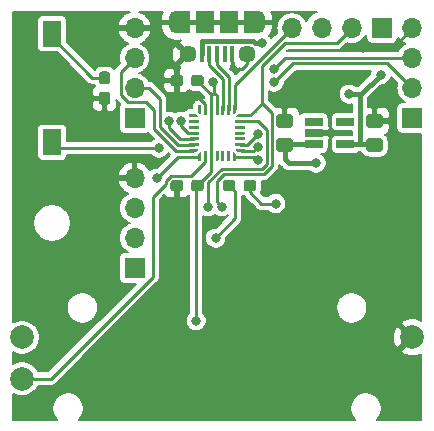
<source format=gbr>
G04 #@! TF.GenerationSoftware,KiCad,Pcbnew,5.1.2-f72e74a~84~ubuntu16.04.1*
G04 #@! TF.CreationDate,2019-07-14T12:51:28-04:00*
G04 #@! TF.ProjectId,radiance_controller,72616469-616e-4636-955f-636f6e74726f,rev?*
G04 #@! TF.SameCoordinates,Original*
G04 #@! TF.FileFunction,Copper,L2,Bot*
G04 #@! TF.FilePolarity,Positive*
%FSLAX46Y46*%
G04 Gerber Fmt 4.6, Leading zero omitted, Abs format (unit mm)*
G04 Created by KiCad (PCBNEW 5.1.2-f72e74a~84~ubuntu16.04.1) date 2019-07-14 12:51:28*
%MOMM*%
%LPD*%
G04 APERTURE LIST*
%ADD10O,1.700000X1.700000*%
%ADD11R,1.700000X1.700000*%
%ADD12C,0.100000*%
%ADD13C,1.150000*%
%ADD14C,0.136863*%
%ADD15C,0.250000*%
%ADD16C,0.950000*%
%ADD17R,1.200000X1.900000*%
%ADD18O,1.200000X1.900000*%
%ADD19R,1.500000X1.900000*%
%ADD20C,1.450000*%
%ADD21R,0.400000X1.350000*%
%ADD22C,2.000000*%
%ADD23R,1.560000X0.650000*%
%ADD24R,1.600000X2.180000*%
%ADD25C,0.812800*%
%ADD26C,0.254000*%
%ADD27C,0.406400*%
%ADD28C,0.203200*%
G04 APERTURE END LIST*
D10*
X85090000Y-52705000D03*
X85090000Y-55245000D03*
X85090000Y-57785000D03*
D11*
X85090000Y-60325000D03*
D10*
X61595000Y-65405000D03*
X61595000Y-67945000D03*
X61595000Y-70485000D03*
D11*
X61595000Y-73025000D03*
D10*
X61595000Y-52705000D03*
X61595000Y-55245000D03*
X61595000Y-57785000D03*
D11*
X61595000Y-60325000D03*
D12*
G36*
X74769505Y-62046204D02*
G01*
X74793773Y-62049804D01*
X74817572Y-62055765D01*
X74840671Y-62064030D01*
X74862850Y-62074520D01*
X74883893Y-62087132D01*
X74903599Y-62101747D01*
X74921777Y-62118223D01*
X74938253Y-62136401D01*
X74952868Y-62156107D01*
X74965480Y-62177150D01*
X74975970Y-62199329D01*
X74984235Y-62222428D01*
X74990196Y-62246227D01*
X74993796Y-62270495D01*
X74995000Y-62294999D01*
X74995000Y-62945001D01*
X74993796Y-62969505D01*
X74990196Y-62993773D01*
X74984235Y-63017572D01*
X74975970Y-63040671D01*
X74965480Y-63062850D01*
X74952868Y-63083893D01*
X74938253Y-63103599D01*
X74921777Y-63121777D01*
X74903599Y-63138253D01*
X74883893Y-63152868D01*
X74862850Y-63165480D01*
X74840671Y-63175970D01*
X74817572Y-63184235D01*
X74793773Y-63190196D01*
X74769505Y-63193796D01*
X74745001Y-63195000D01*
X73844999Y-63195000D01*
X73820495Y-63193796D01*
X73796227Y-63190196D01*
X73772428Y-63184235D01*
X73749329Y-63175970D01*
X73727150Y-63165480D01*
X73706107Y-63152868D01*
X73686401Y-63138253D01*
X73668223Y-63121777D01*
X73651747Y-63103599D01*
X73637132Y-63083893D01*
X73624520Y-63062850D01*
X73614030Y-63040671D01*
X73605765Y-63017572D01*
X73599804Y-62993773D01*
X73596204Y-62969505D01*
X73595000Y-62945001D01*
X73595000Y-62294999D01*
X73596204Y-62270495D01*
X73599804Y-62246227D01*
X73605765Y-62222428D01*
X73614030Y-62199329D01*
X73624520Y-62177150D01*
X73637132Y-62156107D01*
X73651747Y-62136401D01*
X73668223Y-62118223D01*
X73686401Y-62101747D01*
X73706107Y-62087132D01*
X73727150Y-62074520D01*
X73749329Y-62064030D01*
X73772428Y-62055765D01*
X73796227Y-62049804D01*
X73820495Y-62046204D01*
X73844999Y-62045000D01*
X74745001Y-62045000D01*
X74769505Y-62046204D01*
X74769505Y-62046204D01*
G37*
D13*
X74295000Y-62620000D03*
D12*
G36*
X74769505Y-59996204D02*
G01*
X74793773Y-59999804D01*
X74817572Y-60005765D01*
X74840671Y-60014030D01*
X74862850Y-60024520D01*
X74883893Y-60037132D01*
X74903599Y-60051747D01*
X74921777Y-60068223D01*
X74938253Y-60086401D01*
X74952868Y-60106107D01*
X74965480Y-60127150D01*
X74975970Y-60149329D01*
X74984235Y-60172428D01*
X74990196Y-60196227D01*
X74993796Y-60220495D01*
X74995000Y-60244999D01*
X74995000Y-60895001D01*
X74993796Y-60919505D01*
X74990196Y-60943773D01*
X74984235Y-60967572D01*
X74975970Y-60990671D01*
X74965480Y-61012850D01*
X74952868Y-61033893D01*
X74938253Y-61053599D01*
X74921777Y-61071777D01*
X74903599Y-61088253D01*
X74883893Y-61102868D01*
X74862850Y-61115480D01*
X74840671Y-61125970D01*
X74817572Y-61134235D01*
X74793773Y-61140196D01*
X74769505Y-61143796D01*
X74745001Y-61145000D01*
X73844999Y-61145000D01*
X73820495Y-61143796D01*
X73796227Y-61140196D01*
X73772428Y-61134235D01*
X73749329Y-61125970D01*
X73727150Y-61115480D01*
X73706107Y-61102868D01*
X73686401Y-61088253D01*
X73668223Y-61071777D01*
X73651747Y-61053599D01*
X73637132Y-61033893D01*
X73624520Y-61012850D01*
X73614030Y-60990671D01*
X73605765Y-60967572D01*
X73599804Y-60943773D01*
X73596204Y-60919505D01*
X73595000Y-60895001D01*
X73595000Y-60244999D01*
X73596204Y-60220495D01*
X73599804Y-60196227D01*
X73605765Y-60172428D01*
X73614030Y-60149329D01*
X73624520Y-60127150D01*
X73637132Y-60106107D01*
X73651747Y-60086401D01*
X73668223Y-60068223D01*
X73686401Y-60051747D01*
X73706107Y-60037132D01*
X73727150Y-60024520D01*
X73749329Y-60014030D01*
X73772428Y-60005765D01*
X73796227Y-59999804D01*
X73820495Y-59996204D01*
X73844999Y-59995000D01*
X74745001Y-59995000D01*
X74769505Y-59996204D01*
X74769505Y-59996204D01*
G37*
D13*
X74295000Y-60570000D03*
D14*
X70577500Y-63095000D03*
D12*
G36*
X70200865Y-63006221D02*
G01*
X70203425Y-62997779D01*
X70207584Y-62989999D01*
X70213180Y-62983180D01*
X70219999Y-62977584D01*
X70227779Y-62973425D01*
X70236221Y-62970865D01*
X70245000Y-62970000D01*
X70910000Y-62970000D01*
X70918779Y-62970865D01*
X70927221Y-62973425D01*
X70935001Y-62977584D01*
X70941820Y-62983180D01*
X70947416Y-62989999D01*
X70951575Y-62997779D01*
X70954135Y-63006221D01*
X70955000Y-63015000D01*
X70955000Y-63175000D01*
X70954135Y-63183779D01*
X70951575Y-63192221D01*
X70947416Y-63200001D01*
X70941820Y-63206820D01*
X70935001Y-63212416D01*
X70927221Y-63216575D01*
X70918779Y-63219135D01*
X70910000Y-63220000D01*
X70378640Y-63220000D01*
X70369861Y-63219135D01*
X70361419Y-63216575D01*
X70353639Y-63212416D01*
X70346820Y-63206820D01*
X70213180Y-63073180D01*
X70207584Y-63066361D01*
X70203425Y-63058581D01*
X70200865Y-63050139D01*
X70200000Y-63041360D01*
X70200000Y-63015000D01*
X70200865Y-63006221D01*
X70200865Y-63006221D01*
G37*
G36*
X70898626Y-62470301D02*
G01*
X70904693Y-62471201D01*
X70910643Y-62472691D01*
X70916418Y-62474758D01*
X70921962Y-62477380D01*
X70927223Y-62480533D01*
X70932150Y-62484187D01*
X70936694Y-62488306D01*
X70940813Y-62492850D01*
X70944467Y-62497777D01*
X70947620Y-62503038D01*
X70950242Y-62508582D01*
X70952309Y-62514357D01*
X70953799Y-62520307D01*
X70954699Y-62526374D01*
X70955000Y-62532500D01*
X70955000Y-62657500D01*
X70954699Y-62663626D01*
X70953799Y-62669693D01*
X70952309Y-62675643D01*
X70950242Y-62681418D01*
X70947620Y-62686962D01*
X70944467Y-62692223D01*
X70940813Y-62697150D01*
X70936694Y-62701694D01*
X70932150Y-62705813D01*
X70927223Y-62709467D01*
X70921962Y-62712620D01*
X70916418Y-62715242D01*
X70910643Y-62717309D01*
X70904693Y-62718799D01*
X70898626Y-62719699D01*
X70892500Y-62720000D01*
X70142500Y-62720000D01*
X70136374Y-62719699D01*
X70130307Y-62718799D01*
X70124357Y-62717309D01*
X70118582Y-62715242D01*
X70113038Y-62712620D01*
X70107777Y-62709467D01*
X70102850Y-62705813D01*
X70098306Y-62701694D01*
X70094187Y-62697150D01*
X70090533Y-62692223D01*
X70087380Y-62686962D01*
X70084758Y-62681418D01*
X70082691Y-62675643D01*
X70081201Y-62669693D01*
X70080301Y-62663626D01*
X70080000Y-62657500D01*
X70080000Y-62532500D01*
X70080301Y-62526374D01*
X70081201Y-62520307D01*
X70082691Y-62514357D01*
X70084758Y-62508582D01*
X70087380Y-62503038D01*
X70090533Y-62497777D01*
X70094187Y-62492850D01*
X70098306Y-62488306D01*
X70102850Y-62484187D01*
X70107777Y-62480533D01*
X70113038Y-62477380D01*
X70118582Y-62474758D01*
X70124357Y-62472691D01*
X70130307Y-62471201D01*
X70136374Y-62470301D01*
X70142500Y-62470000D01*
X70892500Y-62470000D01*
X70898626Y-62470301D01*
X70898626Y-62470301D01*
G37*
D15*
X70517500Y-62595000D03*
D12*
G36*
X70898626Y-61970301D02*
G01*
X70904693Y-61971201D01*
X70910643Y-61972691D01*
X70916418Y-61974758D01*
X70921962Y-61977380D01*
X70927223Y-61980533D01*
X70932150Y-61984187D01*
X70936694Y-61988306D01*
X70940813Y-61992850D01*
X70944467Y-61997777D01*
X70947620Y-62003038D01*
X70950242Y-62008582D01*
X70952309Y-62014357D01*
X70953799Y-62020307D01*
X70954699Y-62026374D01*
X70955000Y-62032500D01*
X70955000Y-62157500D01*
X70954699Y-62163626D01*
X70953799Y-62169693D01*
X70952309Y-62175643D01*
X70950242Y-62181418D01*
X70947620Y-62186962D01*
X70944467Y-62192223D01*
X70940813Y-62197150D01*
X70936694Y-62201694D01*
X70932150Y-62205813D01*
X70927223Y-62209467D01*
X70921962Y-62212620D01*
X70916418Y-62215242D01*
X70910643Y-62217309D01*
X70904693Y-62218799D01*
X70898626Y-62219699D01*
X70892500Y-62220000D01*
X70142500Y-62220000D01*
X70136374Y-62219699D01*
X70130307Y-62218799D01*
X70124357Y-62217309D01*
X70118582Y-62215242D01*
X70113038Y-62212620D01*
X70107777Y-62209467D01*
X70102850Y-62205813D01*
X70098306Y-62201694D01*
X70094187Y-62197150D01*
X70090533Y-62192223D01*
X70087380Y-62186962D01*
X70084758Y-62181418D01*
X70082691Y-62175643D01*
X70081201Y-62169693D01*
X70080301Y-62163626D01*
X70080000Y-62157500D01*
X70080000Y-62032500D01*
X70080301Y-62026374D01*
X70081201Y-62020307D01*
X70082691Y-62014357D01*
X70084758Y-62008582D01*
X70087380Y-62003038D01*
X70090533Y-61997777D01*
X70094187Y-61992850D01*
X70098306Y-61988306D01*
X70102850Y-61984187D01*
X70107777Y-61980533D01*
X70113038Y-61977380D01*
X70118582Y-61974758D01*
X70124357Y-61972691D01*
X70130307Y-61971201D01*
X70136374Y-61970301D01*
X70142500Y-61970000D01*
X70892500Y-61970000D01*
X70898626Y-61970301D01*
X70898626Y-61970301D01*
G37*
D15*
X70517500Y-62095000D03*
D12*
G36*
X70898626Y-61470301D02*
G01*
X70904693Y-61471201D01*
X70910643Y-61472691D01*
X70916418Y-61474758D01*
X70921962Y-61477380D01*
X70927223Y-61480533D01*
X70932150Y-61484187D01*
X70936694Y-61488306D01*
X70940813Y-61492850D01*
X70944467Y-61497777D01*
X70947620Y-61503038D01*
X70950242Y-61508582D01*
X70952309Y-61514357D01*
X70953799Y-61520307D01*
X70954699Y-61526374D01*
X70955000Y-61532500D01*
X70955000Y-61657500D01*
X70954699Y-61663626D01*
X70953799Y-61669693D01*
X70952309Y-61675643D01*
X70950242Y-61681418D01*
X70947620Y-61686962D01*
X70944467Y-61692223D01*
X70940813Y-61697150D01*
X70936694Y-61701694D01*
X70932150Y-61705813D01*
X70927223Y-61709467D01*
X70921962Y-61712620D01*
X70916418Y-61715242D01*
X70910643Y-61717309D01*
X70904693Y-61718799D01*
X70898626Y-61719699D01*
X70892500Y-61720000D01*
X70142500Y-61720000D01*
X70136374Y-61719699D01*
X70130307Y-61718799D01*
X70124357Y-61717309D01*
X70118582Y-61715242D01*
X70113038Y-61712620D01*
X70107777Y-61709467D01*
X70102850Y-61705813D01*
X70098306Y-61701694D01*
X70094187Y-61697150D01*
X70090533Y-61692223D01*
X70087380Y-61686962D01*
X70084758Y-61681418D01*
X70082691Y-61675643D01*
X70081201Y-61669693D01*
X70080301Y-61663626D01*
X70080000Y-61657500D01*
X70080000Y-61532500D01*
X70080301Y-61526374D01*
X70081201Y-61520307D01*
X70082691Y-61514357D01*
X70084758Y-61508582D01*
X70087380Y-61503038D01*
X70090533Y-61497777D01*
X70094187Y-61492850D01*
X70098306Y-61488306D01*
X70102850Y-61484187D01*
X70107777Y-61480533D01*
X70113038Y-61477380D01*
X70118582Y-61474758D01*
X70124357Y-61472691D01*
X70130307Y-61471201D01*
X70136374Y-61470301D01*
X70142500Y-61470000D01*
X70892500Y-61470000D01*
X70898626Y-61470301D01*
X70898626Y-61470301D01*
G37*
D15*
X70517500Y-61595000D03*
D12*
G36*
X70898626Y-60970301D02*
G01*
X70904693Y-60971201D01*
X70910643Y-60972691D01*
X70916418Y-60974758D01*
X70921962Y-60977380D01*
X70927223Y-60980533D01*
X70932150Y-60984187D01*
X70936694Y-60988306D01*
X70940813Y-60992850D01*
X70944467Y-60997777D01*
X70947620Y-61003038D01*
X70950242Y-61008582D01*
X70952309Y-61014357D01*
X70953799Y-61020307D01*
X70954699Y-61026374D01*
X70955000Y-61032500D01*
X70955000Y-61157500D01*
X70954699Y-61163626D01*
X70953799Y-61169693D01*
X70952309Y-61175643D01*
X70950242Y-61181418D01*
X70947620Y-61186962D01*
X70944467Y-61192223D01*
X70940813Y-61197150D01*
X70936694Y-61201694D01*
X70932150Y-61205813D01*
X70927223Y-61209467D01*
X70921962Y-61212620D01*
X70916418Y-61215242D01*
X70910643Y-61217309D01*
X70904693Y-61218799D01*
X70898626Y-61219699D01*
X70892500Y-61220000D01*
X70142500Y-61220000D01*
X70136374Y-61219699D01*
X70130307Y-61218799D01*
X70124357Y-61217309D01*
X70118582Y-61215242D01*
X70113038Y-61212620D01*
X70107777Y-61209467D01*
X70102850Y-61205813D01*
X70098306Y-61201694D01*
X70094187Y-61197150D01*
X70090533Y-61192223D01*
X70087380Y-61186962D01*
X70084758Y-61181418D01*
X70082691Y-61175643D01*
X70081201Y-61169693D01*
X70080301Y-61163626D01*
X70080000Y-61157500D01*
X70080000Y-61032500D01*
X70080301Y-61026374D01*
X70081201Y-61020307D01*
X70082691Y-61014357D01*
X70084758Y-61008582D01*
X70087380Y-61003038D01*
X70090533Y-60997777D01*
X70094187Y-60992850D01*
X70098306Y-60988306D01*
X70102850Y-60984187D01*
X70107777Y-60980533D01*
X70113038Y-60977380D01*
X70118582Y-60974758D01*
X70124357Y-60972691D01*
X70130307Y-60971201D01*
X70136374Y-60970301D01*
X70142500Y-60970000D01*
X70892500Y-60970000D01*
X70898626Y-60970301D01*
X70898626Y-60970301D01*
G37*
D15*
X70517500Y-61095000D03*
D12*
G36*
X70898626Y-60470301D02*
G01*
X70904693Y-60471201D01*
X70910643Y-60472691D01*
X70916418Y-60474758D01*
X70921962Y-60477380D01*
X70927223Y-60480533D01*
X70932150Y-60484187D01*
X70936694Y-60488306D01*
X70940813Y-60492850D01*
X70944467Y-60497777D01*
X70947620Y-60503038D01*
X70950242Y-60508582D01*
X70952309Y-60514357D01*
X70953799Y-60520307D01*
X70954699Y-60526374D01*
X70955000Y-60532500D01*
X70955000Y-60657500D01*
X70954699Y-60663626D01*
X70953799Y-60669693D01*
X70952309Y-60675643D01*
X70950242Y-60681418D01*
X70947620Y-60686962D01*
X70944467Y-60692223D01*
X70940813Y-60697150D01*
X70936694Y-60701694D01*
X70932150Y-60705813D01*
X70927223Y-60709467D01*
X70921962Y-60712620D01*
X70916418Y-60715242D01*
X70910643Y-60717309D01*
X70904693Y-60718799D01*
X70898626Y-60719699D01*
X70892500Y-60720000D01*
X70142500Y-60720000D01*
X70136374Y-60719699D01*
X70130307Y-60718799D01*
X70124357Y-60717309D01*
X70118582Y-60715242D01*
X70113038Y-60712620D01*
X70107777Y-60709467D01*
X70102850Y-60705813D01*
X70098306Y-60701694D01*
X70094187Y-60697150D01*
X70090533Y-60692223D01*
X70087380Y-60686962D01*
X70084758Y-60681418D01*
X70082691Y-60675643D01*
X70081201Y-60669693D01*
X70080301Y-60663626D01*
X70080000Y-60657500D01*
X70080000Y-60532500D01*
X70080301Y-60526374D01*
X70081201Y-60520307D01*
X70082691Y-60514357D01*
X70084758Y-60508582D01*
X70087380Y-60503038D01*
X70090533Y-60497777D01*
X70094187Y-60492850D01*
X70098306Y-60488306D01*
X70102850Y-60484187D01*
X70107777Y-60480533D01*
X70113038Y-60477380D01*
X70118582Y-60474758D01*
X70124357Y-60472691D01*
X70130307Y-60471201D01*
X70136374Y-60470301D01*
X70142500Y-60470000D01*
X70892500Y-60470000D01*
X70898626Y-60470301D01*
X70898626Y-60470301D01*
G37*
D15*
X70517500Y-60595000D03*
D14*
X70577500Y-60095000D03*
D12*
G36*
X70200865Y-60139861D02*
G01*
X70203425Y-60131419D01*
X70207584Y-60123639D01*
X70213180Y-60116820D01*
X70346820Y-59983180D01*
X70353639Y-59977584D01*
X70361419Y-59973425D01*
X70369861Y-59970865D01*
X70378640Y-59970000D01*
X70910000Y-59970000D01*
X70918779Y-59970865D01*
X70927221Y-59973425D01*
X70935001Y-59977584D01*
X70941820Y-59983180D01*
X70947416Y-59989999D01*
X70951575Y-59997779D01*
X70954135Y-60006221D01*
X70955000Y-60015000D01*
X70955000Y-60175000D01*
X70954135Y-60183779D01*
X70951575Y-60192221D01*
X70947416Y-60200001D01*
X70941820Y-60206820D01*
X70935001Y-60212416D01*
X70927221Y-60216575D01*
X70918779Y-60219135D01*
X70910000Y-60220000D01*
X70245000Y-60220000D01*
X70236221Y-60219135D01*
X70227779Y-60216575D01*
X70219999Y-60212416D01*
X70213180Y-60206820D01*
X70207584Y-60200001D01*
X70203425Y-60192221D01*
X70200865Y-60183779D01*
X70200000Y-60175000D01*
X70200000Y-60148640D01*
X70200865Y-60139861D01*
X70200865Y-60139861D01*
G37*
D14*
X70080000Y-59597500D03*
D12*
G36*
X69955865Y-59256221D02*
G01*
X69958425Y-59247779D01*
X69962584Y-59239999D01*
X69968180Y-59233180D01*
X69974999Y-59227584D01*
X69982779Y-59223425D01*
X69991221Y-59220865D01*
X70000000Y-59220000D01*
X70160000Y-59220000D01*
X70168779Y-59220865D01*
X70177221Y-59223425D01*
X70185001Y-59227584D01*
X70191820Y-59233180D01*
X70197416Y-59239999D01*
X70201575Y-59247779D01*
X70204135Y-59256221D01*
X70205000Y-59265000D01*
X70205000Y-59796360D01*
X70204135Y-59805139D01*
X70201575Y-59813581D01*
X70197416Y-59821361D01*
X70191820Y-59828180D01*
X70058180Y-59961820D01*
X70051361Y-59967416D01*
X70043581Y-59971575D01*
X70035139Y-59974135D01*
X70026360Y-59975000D01*
X70000000Y-59975000D01*
X69991221Y-59974135D01*
X69982779Y-59971575D01*
X69974999Y-59967416D01*
X69968180Y-59961820D01*
X69962584Y-59955001D01*
X69958425Y-59947221D01*
X69955865Y-59938779D01*
X69955000Y-59930000D01*
X69955000Y-59265000D01*
X69955865Y-59256221D01*
X69955865Y-59256221D01*
G37*
G36*
X69648626Y-59220301D02*
G01*
X69654693Y-59221201D01*
X69660643Y-59222691D01*
X69666418Y-59224758D01*
X69671962Y-59227380D01*
X69677223Y-59230533D01*
X69682150Y-59234187D01*
X69686694Y-59238306D01*
X69690813Y-59242850D01*
X69694467Y-59247777D01*
X69697620Y-59253038D01*
X69700242Y-59258582D01*
X69702309Y-59264357D01*
X69703799Y-59270307D01*
X69704699Y-59276374D01*
X69705000Y-59282500D01*
X69705000Y-60032500D01*
X69704699Y-60038626D01*
X69703799Y-60044693D01*
X69702309Y-60050643D01*
X69700242Y-60056418D01*
X69697620Y-60061962D01*
X69694467Y-60067223D01*
X69690813Y-60072150D01*
X69686694Y-60076694D01*
X69682150Y-60080813D01*
X69677223Y-60084467D01*
X69671962Y-60087620D01*
X69666418Y-60090242D01*
X69660643Y-60092309D01*
X69654693Y-60093799D01*
X69648626Y-60094699D01*
X69642500Y-60095000D01*
X69517500Y-60095000D01*
X69511374Y-60094699D01*
X69505307Y-60093799D01*
X69499357Y-60092309D01*
X69493582Y-60090242D01*
X69488038Y-60087620D01*
X69482777Y-60084467D01*
X69477850Y-60080813D01*
X69473306Y-60076694D01*
X69469187Y-60072150D01*
X69465533Y-60067223D01*
X69462380Y-60061962D01*
X69459758Y-60056418D01*
X69457691Y-60050643D01*
X69456201Y-60044693D01*
X69455301Y-60038626D01*
X69455000Y-60032500D01*
X69455000Y-59282500D01*
X69455301Y-59276374D01*
X69456201Y-59270307D01*
X69457691Y-59264357D01*
X69459758Y-59258582D01*
X69462380Y-59253038D01*
X69465533Y-59247777D01*
X69469187Y-59242850D01*
X69473306Y-59238306D01*
X69477850Y-59234187D01*
X69482777Y-59230533D01*
X69488038Y-59227380D01*
X69493582Y-59224758D01*
X69499357Y-59222691D01*
X69505307Y-59221201D01*
X69511374Y-59220301D01*
X69517500Y-59220000D01*
X69642500Y-59220000D01*
X69648626Y-59220301D01*
X69648626Y-59220301D01*
G37*
D15*
X69580000Y-59657500D03*
D12*
G36*
X69148626Y-59220301D02*
G01*
X69154693Y-59221201D01*
X69160643Y-59222691D01*
X69166418Y-59224758D01*
X69171962Y-59227380D01*
X69177223Y-59230533D01*
X69182150Y-59234187D01*
X69186694Y-59238306D01*
X69190813Y-59242850D01*
X69194467Y-59247777D01*
X69197620Y-59253038D01*
X69200242Y-59258582D01*
X69202309Y-59264357D01*
X69203799Y-59270307D01*
X69204699Y-59276374D01*
X69205000Y-59282500D01*
X69205000Y-60032500D01*
X69204699Y-60038626D01*
X69203799Y-60044693D01*
X69202309Y-60050643D01*
X69200242Y-60056418D01*
X69197620Y-60061962D01*
X69194467Y-60067223D01*
X69190813Y-60072150D01*
X69186694Y-60076694D01*
X69182150Y-60080813D01*
X69177223Y-60084467D01*
X69171962Y-60087620D01*
X69166418Y-60090242D01*
X69160643Y-60092309D01*
X69154693Y-60093799D01*
X69148626Y-60094699D01*
X69142500Y-60095000D01*
X69017500Y-60095000D01*
X69011374Y-60094699D01*
X69005307Y-60093799D01*
X68999357Y-60092309D01*
X68993582Y-60090242D01*
X68988038Y-60087620D01*
X68982777Y-60084467D01*
X68977850Y-60080813D01*
X68973306Y-60076694D01*
X68969187Y-60072150D01*
X68965533Y-60067223D01*
X68962380Y-60061962D01*
X68959758Y-60056418D01*
X68957691Y-60050643D01*
X68956201Y-60044693D01*
X68955301Y-60038626D01*
X68955000Y-60032500D01*
X68955000Y-59282500D01*
X68955301Y-59276374D01*
X68956201Y-59270307D01*
X68957691Y-59264357D01*
X68959758Y-59258582D01*
X68962380Y-59253038D01*
X68965533Y-59247777D01*
X68969187Y-59242850D01*
X68973306Y-59238306D01*
X68977850Y-59234187D01*
X68982777Y-59230533D01*
X68988038Y-59227380D01*
X68993582Y-59224758D01*
X68999357Y-59222691D01*
X69005307Y-59221201D01*
X69011374Y-59220301D01*
X69017500Y-59220000D01*
X69142500Y-59220000D01*
X69148626Y-59220301D01*
X69148626Y-59220301D01*
G37*
D15*
X69080000Y-59657500D03*
D12*
G36*
X68648626Y-59220301D02*
G01*
X68654693Y-59221201D01*
X68660643Y-59222691D01*
X68666418Y-59224758D01*
X68671962Y-59227380D01*
X68677223Y-59230533D01*
X68682150Y-59234187D01*
X68686694Y-59238306D01*
X68690813Y-59242850D01*
X68694467Y-59247777D01*
X68697620Y-59253038D01*
X68700242Y-59258582D01*
X68702309Y-59264357D01*
X68703799Y-59270307D01*
X68704699Y-59276374D01*
X68705000Y-59282500D01*
X68705000Y-60032500D01*
X68704699Y-60038626D01*
X68703799Y-60044693D01*
X68702309Y-60050643D01*
X68700242Y-60056418D01*
X68697620Y-60061962D01*
X68694467Y-60067223D01*
X68690813Y-60072150D01*
X68686694Y-60076694D01*
X68682150Y-60080813D01*
X68677223Y-60084467D01*
X68671962Y-60087620D01*
X68666418Y-60090242D01*
X68660643Y-60092309D01*
X68654693Y-60093799D01*
X68648626Y-60094699D01*
X68642500Y-60095000D01*
X68517500Y-60095000D01*
X68511374Y-60094699D01*
X68505307Y-60093799D01*
X68499357Y-60092309D01*
X68493582Y-60090242D01*
X68488038Y-60087620D01*
X68482777Y-60084467D01*
X68477850Y-60080813D01*
X68473306Y-60076694D01*
X68469187Y-60072150D01*
X68465533Y-60067223D01*
X68462380Y-60061962D01*
X68459758Y-60056418D01*
X68457691Y-60050643D01*
X68456201Y-60044693D01*
X68455301Y-60038626D01*
X68455000Y-60032500D01*
X68455000Y-59282500D01*
X68455301Y-59276374D01*
X68456201Y-59270307D01*
X68457691Y-59264357D01*
X68459758Y-59258582D01*
X68462380Y-59253038D01*
X68465533Y-59247777D01*
X68469187Y-59242850D01*
X68473306Y-59238306D01*
X68477850Y-59234187D01*
X68482777Y-59230533D01*
X68488038Y-59227380D01*
X68493582Y-59224758D01*
X68499357Y-59222691D01*
X68505307Y-59221201D01*
X68511374Y-59220301D01*
X68517500Y-59220000D01*
X68642500Y-59220000D01*
X68648626Y-59220301D01*
X68648626Y-59220301D01*
G37*
D15*
X68580000Y-59657500D03*
D12*
G36*
X68148626Y-59220301D02*
G01*
X68154693Y-59221201D01*
X68160643Y-59222691D01*
X68166418Y-59224758D01*
X68171962Y-59227380D01*
X68177223Y-59230533D01*
X68182150Y-59234187D01*
X68186694Y-59238306D01*
X68190813Y-59242850D01*
X68194467Y-59247777D01*
X68197620Y-59253038D01*
X68200242Y-59258582D01*
X68202309Y-59264357D01*
X68203799Y-59270307D01*
X68204699Y-59276374D01*
X68205000Y-59282500D01*
X68205000Y-60032500D01*
X68204699Y-60038626D01*
X68203799Y-60044693D01*
X68202309Y-60050643D01*
X68200242Y-60056418D01*
X68197620Y-60061962D01*
X68194467Y-60067223D01*
X68190813Y-60072150D01*
X68186694Y-60076694D01*
X68182150Y-60080813D01*
X68177223Y-60084467D01*
X68171962Y-60087620D01*
X68166418Y-60090242D01*
X68160643Y-60092309D01*
X68154693Y-60093799D01*
X68148626Y-60094699D01*
X68142500Y-60095000D01*
X68017500Y-60095000D01*
X68011374Y-60094699D01*
X68005307Y-60093799D01*
X67999357Y-60092309D01*
X67993582Y-60090242D01*
X67988038Y-60087620D01*
X67982777Y-60084467D01*
X67977850Y-60080813D01*
X67973306Y-60076694D01*
X67969187Y-60072150D01*
X67965533Y-60067223D01*
X67962380Y-60061962D01*
X67959758Y-60056418D01*
X67957691Y-60050643D01*
X67956201Y-60044693D01*
X67955301Y-60038626D01*
X67955000Y-60032500D01*
X67955000Y-59282500D01*
X67955301Y-59276374D01*
X67956201Y-59270307D01*
X67957691Y-59264357D01*
X67959758Y-59258582D01*
X67962380Y-59253038D01*
X67965533Y-59247777D01*
X67969187Y-59242850D01*
X67973306Y-59238306D01*
X67977850Y-59234187D01*
X67982777Y-59230533D01*
X67988038Y-59227380D01*
X67993582Y-59224758D01*
X67999357Y-59222691D01*
X68005307Y-59221201D01*
X68011374Y-59220301D01*
X68017500Y-59220000D01*
X68142500Y-59220000D01*
X68148626Y-59220301D01*
X68148626Y-59220301D01*
G37*
D15*
X68080000Y-59657500D03*
D12*
G36*
X67648626Y-59220301D02*
G01*
X67654693Y-59221201D01*
X67660643Y-59222691D01*
X67666418Y-59224758D01*
X67671962Y-59227380D01*
X67677223Y-59230533D01*
X67682150Y-59234187D01*
X67686694Y-59238306D01*
X67690813Y-59242850D01*
X67694467Y-59247777D01*
X67697620Y-59253038D01*
X67700242Y-59258582D01*
X67702309Y-59264357D01*
X67703799Y-59270307D01*
X67704699Y-59276374D01*
X67705000Y-59282500D01*
X67705000Y-60032500D01*
X67704699Y-60038626D01*
X67703799Y-60044693D01*
X67702309Y-60050643D01*
X67700242Y-60056418D01*
X67697620Y-60061962D01*
X67694467Y-60067223D01*
X67690813Y-60072150D01*
X67686694Y-60076694D01*
X67682150Y-60080813D01*
X67677223Y-60084467D01*
X67671962Y-60087620D01*
X67666418Y-60090242D01*
X67660643Y-60092309D01*
X67654693Y-60093799D01*
X67648626Y-60094699D01*
X67642500Y-60095000D01*
X67517500Y-60095000D01*
X67511374Y-60094699D01*
X67505307Y-60093799D01*
X67499357Y-60092309D01*
X67493582Y-60090242D01*
X67488038Y-60087620D01*
X67482777Y-60084467D01*
X67477850Y-60080813D01*
X67473306Y-60076694D01*
X67469187Y-60072150D01*
X67465533Y-60067223D01*
X67462380Y-60061962D01*
X67459758Y-60056418D01*
X67457691Y-60050643D01*
X67456201Y-60044693D01*
X67455301Y-60038626D01*
X67455000Y-60032500D01*
X67455000Y-59282500D01*
X67455301Y-59276374D01*
X67456201Y-59270307D01*
X67457691Y-59264357D01*
X67459758Y-59258582D01*
X67462380Y-59253038D01*
X67465533Y-59247777D01*
X67469187Y-59242850D01*
X67473306Y-59238306D01*
X67477850Y-59234187D01*
X67482777Y-59230533D01*
X67488038Y-59227380D01*
X67493582Y-59224758D01*
X67499357Y-59222691D01*
X67505307Y-59221201D01*
X67511374Y-59220301D01*
X67517500Y-59220000D01*
X67642500Y-59220000D01*
X67648626Y-59220301D01*
X67648626Y-59220301D01*
G37*
D15*
X67580000Y-59657500D03*
D14*
X67080000Y-59597500D03*
D12*
G36*
X66955865Y-59256221D02*
G01*
X66958425Y-59247779D01*
X66962584Y-59239999D01*
X66968180Y-59233180D01*
X66974999Y-59227584D01*
X66982779Y-59223425D01*
X66991221Y-59220865D01*
X67000000Y-59220000D01*
X67160000Y-59220000D01*
X67168779Y-59220865D01*
X67177221Y-59223425D01*
X67185001Y-59227584D01*
X67191820Y-59233180D01*
X67197416Y-59239999D01*
X67201575Y-59247779D01*
X67204135Y-59256221D01*
X67205000Y-59265000D01*
X67205000Y-59930000D01*
X67204135Y-59938779D01*
X67201575Y-59947221D01*
X67197416Y-59955001D01*
X67191820Y-59961820D01*
X67185001Y-59967416D01*
X67177221Y-59971575D01*
X67168779Y-59974135D01*
X67160000Y-59975000D01*
X67133640Y-59975000D01*
X67124861Y-59974135D01*
X67116419Y-59971575D01*
X67108639Y-59967416D01*
X67101820Y-59961820D01*
X66968180Y-59828180D01*
X66962584Y-59821361D01*
X66958425Y-59813581D01*
X66955865Y-59805139D01*
X66955000Y-59796360D01*
X66955000Y-59265000D01*
X66955865Y-59256221D01*
X66955865Y-59256221D01*
G37*
D14*
X66582500Y-60095000D03*
D12*
G36*
X66205865Y-60006221D02*
G01*
X66208425Y-59997779D01*
X66212584Y-59989999D01*
X66218180Y-59983180D01*
X66224999Y-59977584D01*
X66232779Y-59973425D01*
X66241221Y-59970865D01*
X66250000Y-59970000D01*
X66781360Y-59970000D01*
X66790139Y-59970865D01*
X66798581Y-59973425D01*
X66806361Y-59977584D01*
X66813180Y-59983180D01*
X66946820Y-60116820D01*
X66952416Y-60123639D01*
X66956575Y-60131419D01*
X66959135Y-60139861D01*
X66960000Y-60148640D01*
X66960000Y-60175000D01*
X66959135Y-60183779D01*
X66956575Y-60192221D01*
X66952416Y-60200001D01*
X66946820Y-60206820D01*
X66940001Y-60212416D01*
X66932221Y-60216575D01*
X66923779Y-60219135D01*
X66915000Y-60220000D01*
X66250000Y-60220000D01*
X66241221Y-60219135D01*
X66232779Y-60216575D01*
X66224999Y-60212416D01*
X66218180Y-60206820D01*
X66212584Y-60200001D01*
X66208425Y-60192221D01*
X66205865Y-60183779D01*
X66205000Y-60175000D01*
X66205000Y-60015000D01*
X66205865Y-60006221D01*
X66205865Y-60006221D01*
G37*
G36*
X67023626Y-60470301D02*
G01*
X67029693Y-60471201D01*
X67035643Y-60472691D01*
X67041418Y-60474758D01*
X67046962Y-60477380D01*
X67052223Y-60480533D01*
X67057150Y-60484187D01*
X67061694Y-60488306D01*
X67065813Y-60492850D01*
X67069467Y-60497777D01*
X67072620Y-60503038D01*
X67075242Y-60508582D01*
X67077309Y-60514357D01*
X67078799Y-60520307D01*
X67079699Y-60526374D01*
X67080000Y-60532500D01*
X67080000Y-60657500D01*
X67079699Y-60663626D01*
X67078799Y-60669693D01*
X67077309Y-60675643D01*
X67075242Y-60681418D01*
X67072620Y-60686962D01*
X67069467Y-60692223D01*
X67065813Y-60697150D01*
X67061694Y-60701694D01*
X67057150Y-60705813D01*
X67052223Y-60709467D01*
X67046962Y-60712620D01*
X67041418Y-60715242D01*
X67035643Y-60717309D01*
X67029693Y-60718799D01*
X67023626Y-60719699D01*
X67017500Y-60720000D01*
X66267500Y-60720000D01*
X66261374Y-60719699D01*
X66255307Y-60718799D01*
X66249357Y-60717309D01*
X66243582Y-60715242D01*
X66238038Y-60712620D01*
X66232777Y-60709467D01*
X66227850Y-60705813D01*
X66223306Y-60701694D01*
X66219187Y-60697150D01*
X66215533Y-60692223D01*
X66212380Y-60686962D01*
X66209758Y-60681418D01*
X66207691Y-60675643D01*
X66206201Y-60669693D01*
X66205301Y-60663626D01*
X66205000Y-60657500D01*
X66205000Y-60532500D01*
X66205301Y-60526374D01*
X66206201Y-60520307D01*
X66207691Y-60514357D01*
X66209758Y-60508582D01*
X66212380Y-60503038D01*
X66215533Y-60497777D01*
X66219187Y-60492850D01*
X66223306Y-60488306D01*
X66227850Y-60484187D01*
X66232777Y-60480533D01*
X66238038Y-60477380D01*
X66243582Y-60474758D01*
X66249357Y-60472691D01*
X66255307Y-60471201D01*
X66261374Y-60470301D01*
X66267500Y-60470000D01*
X67017500Y-60470000D01*
X67023626Y-60470301D01*
X67023626Y-60470301D01*
G37*
D15*
X66642500Y-60595000D03*
D12*
G36*
X67023626Y-60970301D02*
G01*
X67029693Y-60971201D01*
X67035643Y-60972691D01*
X67041418Y-60974758D01*
X67046962Y-60977380D01*
X67052223Y-60980533D01*
X67057150Y-60984187D01*
X67061694Y-60988306D01*
X67065813Y-60992850D01*
X67069467Y-60997777D01*
X67072620Y-61003038D01*
X67075242Y-61008582D01*
X67077309Y-61014357D01*
X67078799Y-61020307D01*
X67079699Y-61026374D01*
X67080000Y-61032500D01*
X67080000Y-61157500D01*
X67079699Y-61163626D01*
X67078799Y-61169693D01*
X67077309Y-61175643D01*
X67075242Y-61181418D01*
X67072620Y-61186962D01*
X67069467Y-61192223D01*
X67065813Y-61197150D01*
X67061694Y-61201694D01*
X67057150Y-61205813D01*
X67052223Y-61209467D01*
X67046962Y-61212620D01*
X67041418Y-61215242D01*
X67035643Y-61217309D01*
X67029693Y-61218799D01*
X67023626Y-61219699D01*
X67017500Y-61220000D01*
X66267500Y-61220000D01*
X66261374Y-61219699D01*
X66255307Y-61218799D01*
X66249357Y-61217309D01*
X66243582Y-61215242D01*
X66238038Y-61212620D01*
X66232777Y-61209467D01*
X66227850Y-61205813D01*
X66223306Y-61201694D01*
X66219187Y-61197150D01*
X66215533Y-61192223D01*
X66212380Y-61186962D01*
X66209758Y-61181418D01*
X66207691Y-61175643D01*
X66206201Y-61169693D01*
X66205301Y-61163626D01*
X66205000Y-61157500D01*
X66205000Y-61032500D01*
X66205301Y-61026374D01*
X66206201Y-61020307D01*
X66207691Y-61014357D01*
X66209758Y-61008582D01*
X66212380Y-61003038D01*
X66215533Y-60997777D01*
X66219187Y-60992850D01*
X66223306Y-60988306D01*
X66227850Y-60984187D01*
X66232777Y-60980533D01*
X66238038Y-60977380D01*
X66243582Y-60974758D01*
X66249357Y-60972691D01*
X66255307Y-60971201D01*
X66261374Y-60970301D01*
X66267500Y-60970000D01*
X67017500Y-60970000D01*
X67023626Y-60970301D01*
X67023626Y-60970301D01*
G37*
D15*
X66642500Y-61095000D03*
D12*
G36*
X67023626Y-61470301D02*
G01*
X67029693Y-61471201D01*
X67035643Y-61472691D01*
X67041418Y-61474758D01*
X67046962Y-61477380D01*
X67052223Y-61480533D01*
X67057150Y-61484187D01*
X67061694Y-61488306D01*
X67065813Y-61492850D01*
X67069467Y-61497777D01*
X67072620Y-61503038D01*
X67075242Y-61508582D01*
X67077309Y-61514357D01*
X67078799Y-61520307D01*
X67079699Y-61526374D01*
X67080000Y-61532500D01*
X67080000Y-61657500D01*
X67079699Y-61663626D01*
X67078799Y-61669693D01*
X67077309Y-61675643D01*
X67075242Y-61681418D01*
X67072620Y-61686962D01*
X67069467Y-61692223D01*
X67065813Y-61697150D01*
X67061694Y-61701694D01*
X67057150Y-61705813D01*
X67052223Y-61709467D01*
X67046962Y-61712620D01*
X67041418Y-61715242D01*
X67035643Y-61717309D01*
X67029693Y-61718799D01*
X67023626Y-61719699D01*
X67017500Y-61720000D01*
X66267500Y-61720000D01*
X66261374Y-61719699D01*
X66255307Y-61718799D01*
X66249357Y-61717309D01*
X66243582Y-61715242D01*
X66238038Y-61712620D01*
X66232777Y-61709467D01*
X66227850Y-61705813D01*
X66223306Y-61701694D01*
X66219187Y-61697150D01*
X66215533Y-61692223D01*
X66212380Y-61686962D01*
X66209758Y-61681418D01*
X66207691Y-61675643D01*
X66206201Y-61669693D01*
X66205301Y-61663626D01*
X66205000Y-61657500D01*
X66205000Y-61532500D01*
X66205301Y-61526374D01*
X66206201Y-61520307D01*
X66207691Y-61514357D01*
X66209758Y-61508582D01*
X66212380Y-61503038D01*
X66215533Y-61497777D01*
X66219187Y-61492850D01*
X66223306Y-61488306D01*
X66227850Y-61484187D01*
X66232777Y-61480533D01*
X66238038Y-61477380D01*
X66243582Y-61474758D01*
X66249357Y-61472691D01*
X66255307Y-61471201D01*
X66261374Y-61470301D01*
X66267500Y-61470000D01*
X67017500Y-61470000D01*
X67023626Y-61470301D01*
X67023626Y-61470301D01*
G37*
D15*
X66642500Y-61595000D03*
D12*
G36*
X67023626Y-61970301D02*
G01*
X67029693Y-61971201D01*
X67035643Y-61972691D01*
X67041418Y-61974758D01*
X67046962Y-61977380D01*
X67052223Y-61980533D01*
X67057150Y-61984187D01*
X67061694Y-61988306D01*
X67065813Y-61992850D01*
X67069467Y-61997777D01*
X67072620Y-62003038D01*
X67075242Y-62008582D01*
X67077309Y-62014357D01*
X67078799Y-62020307D01*
X67079699Y-62026374D01*
X67080000Y-62032500D01*
X67080000Y-62157500D01*
X67079699Y-62163626D01*
X67078799Y-62169693D01*
X67077309Y-62175643D01*
X67075242Y-62181418D01*
X67072620Y-62186962D01*
X67069467Y-62192223D01*
X67065813Y-62197150D01*
X67061694Y-62201694D01*
X67057150Y-62205813D01*
X67052223Y-62209467D01*
X67046962Y-62212620D01*
X67041418Y-62215242D01*
X67035643Y-62217309D01*
X67029693Y-62218799D01*
X67023626Y-62219699D01*
X67017500Y-62220000D01*
X66267500Y-62220000D01*
X66261374Y-62219699D01*
X66255307Y-62218799D01*
X66249357Y-62217309D01*
X66243582Y-62215242D01*
X66238038Y-62212620D01*
X66232777Y-62209467D01*
X66227850Y-62205813D01*
X66223306Y-62201694D01*
X66219187Y-62197150D01*
X66215533Y-62192223D01*
X66212380Y-62186962D01*
X66209758Y-62181418D01*
X66207691Y-62175643D01*
X66206201Y-62169693D01*
X66205301Y-62163626D01*
X66205000Y-62157500D01*
X66205000Y-62032500D01*
X66205301Y-62026374D01*
X66206201Y-62020307D01*
X66207691Y-62014357D01*
X66209758Y-62008582D01*
X66212380Y-62003038D01*
X66215533Y-61997777D01*
X66219187Y-61992850D01*
X66223306Y-61988306D01*
X66227850Y-61984187D01*
X66232777Y-61980533D01*
X66238038Y-61977380D01*
X66243582Y-61974758D01*
X66249357Y-61972691D01*
X66255307Y-61971201D01*
X66261374Y-61970301D01*
X66267500Y-61970000D01*
X67017500Y-61970000D01*
X67023626Y-61970301D01*
X67023626Y-61970301D01*
G37*
D15*
X66642500Y-62095000D03*
D12*
G36*
X67023626Y-62470301D02*
G01*
X67029693Y-62471201D01*
X67035643Y-62472691D01*
X67041418Y-62474758D01*
X67046962Y-62477380D01*
X67052223Y-62480533D01*
X67057150Y-62484187D01*
X67061694Y-62488306D01*
X67065813Y-62492850D01*
X67069467Y-62497777D01*
X67072620Y-62503038D01*
X67075242Y-62508582D01*
X67077309Y-62514357D01*
X67078799Y-62520307D01*
X67079699Y-62526374D01*
X67080000Y-62532500D01*
X67080000Y-62657500D01*
X67079699Y-62663626D01*
X67078799Y-62669693D01*
X67077309Y-62675643D01*
X67075242Y-62681418D01*
X67072620Y-62686962D01*
X67069467Y-62692223D01*
X67065813Y-62697150D01*
X67061694Y-62701694D01*
X67057150Y-62705813D01*
X67052223Y-62709467D01*
X67046962Y-62712620D01*
X67041418Y-62715242D01*
X67035643Y-62717309D01*
X67029693Y-62718799D01*
X67023626Y-62719699D01*
X67017500Y-62720000D01*
X66267500Y-62720000D01*
X66261374Y-62719699D01*
X66255307Y-62718799D01*
X66249357Y-62717309D01*
X66243582Y-62715242D01*
X66238038Y-62712620D01*
X66232777Y-62709467D01*
X66227850Y-62705813D01*
X66223306Y-62701694D01*
X66219187Y-62697150D01*
X66215533Y-62692223D01*
X66212380Y-62686962D01*
X66209758Y-62681418D01*
X66207691Y-62675643D01*
X66206201Y-62669693D01*
X66205301Y-62663626D01*
X66205000Y-62657500D01*
X66205000Y-62532500D01*
X66205301Y-62526374D01*
X66206201Y-62520307D01*
X66207691Y-62514357D01*
X66209758Y-62508582D01*
X66212380Y-62503038D01*
X66215533Y-62497777D01*
X66219187Y-62492850D01*
X66223306Y-62488306D01*
X66227850Y-62484187D01*
X66232777Y-62480533D01*
X66238038Y-62477380D01*
X66243582Y-62474758D01*
X66249357Y-62472691D01*
X66255307Y-62471201D01*
X66261374Y-62470301D01*
X66267500Y-62470000D01*
X67017500Y-62470000D01*
X67023626Y-62470301D01*
X67023626Y-62470301D01*
G37*
D15*
X66642500Y-62595000D03*
D14*
X66582500Y-63095000D03*
D12*
G36*
X66205865Y-63006221D02*
G01*
X66208425Y-62997779D01*
X66212584Y-62989999D01*
X66218180Y-62983180D01*
X66224999Y-62977584D01*
X66232779Y-62973425D01*
X66241221Y-62970865D01*
X66250000Y-62970000D01*
X66915000Y-62970000D01*
X66923779Y-62970865D01*
X66932221Y-62973425D01*
X66940001Y-62977584D01*
X66946820Y-62983180D01*
X66952416Y-62989999D01*
X66956575Y-62997779D01*
X66959135Y-63006221D01*
X66960000Y-63015000D01*
X66960000Y-63041360D01*
X66959135Y-63050139D01*
X66956575Y-63058581D01*
X66952416Y-63066361D01*
X66946820Y-63073180D01*
X66813180Y-63206820D01*
X66806361Y-63212416D01*
X66798581Y-63216575D01*
X66790139Y-63219135D01*
X66781360Y-63220000D01*
X66250000Y-63220000D01*
X66241221Y-63219135D01*
X66232779Y-63216575D01*
X66224999Y-63212416D01*
X66218180Y-63206820D01*
X66212584Y-63200001D01*
X66208425Y-63192221D01*
X66205865Y-63183779D01*
X66205000Y-63175000D01*
X66205000Y-63015000D01*
X66205865Y-63006221D01*
X66205865Y-63006221D01*
G37*
D14*
X67080000Y-63592500D03*
D12*
G36*
X66955865Y-63384861D02*
G01*
X66958425Y-63376419D01*
X66962584Y-63368639D01*
X66968180Y-63361820D01*
X67101820Y-63228180D01*
X67108639Y-63222584D01*
X67116419Y-63218425D01*
X67124861Y-63215865D01*
X67133640Y-63215000D01*
X67160000Y-63215000D01*
X67168779Y-63215865D01*
X67177221Y-63218425D01*
X67185001Y-63222584D01*
X67191820Y-63228180D01*
X67197416Y-63234999D01*
X67201575Y-63242779D01*
X67204135Y-63251221D01*
X67205000Y-63260000D01*
X67205000Y-63925000D01*
X67204135Y-63933779D01*
X67201575Y-63942221D01*
X67197416Y-63950001D01*
X67191820Y-63956820D01*
X67185001Y-63962416D01*
X67177221Y-63966575D01*
X67168779Y-63969135D01*
X67160000Y-63970000D01*
X67000000Y-63970000D01*
X66991221Y-63969135D01*
X66982779Y-63966575D01*
X66974999Y-63962416D01*
X66968180Y-63956820D01*
X66962584Y-63950001D01*
X66958425Y-63942221D01*
X66955865Y-63933779D01*
X66955000Y-63925000D01*
X66955000Y-63393640D01*
X66955865Y-63384861D01*
X66955865Y-63384861D01*
G37*
G36*
X67648626Y-63095301D02*
G01*
X67654693Y-63096201D01*
X67660643Y-63097691D01*
X67666418Y-63099758D01*
X67671962Y-63102380D01*
X67677223Y-63105533D01*
X67682150Y-63109187D01*
X67686694Y-63113306D01*
X67690813Y-63117850D01*
X67694467Y-63122777D01*
X67697620Y-63128038D01*
X67700242Y-63133582D01*
X67702309Y-63139357D01*
X67703799Y-63145307D01*
X67704699Y-63151374D01*
X67705000Y-63157500D01*
X67705000Y-63907500D01*
X67704699Y-63913626D01*
X67703799Y-63919693D01*
X67702309Y-63925643D01*
X67700242Y-63931418D01*
X67697620Y-63936962D01*
X67694467Y-63942223D01*
X67690813Y-63947150D01*
X67686694Y-63951694D01*
X67682150Y-63955813D01*
X67677223Y-63959467D01*
X67671962Y-63962620D01*
X67666418Y-63965242D01*
X67660643Y-63967309D01*
X67654693Y-63968799D01*
X67648626Y-63969699D01*
X67642500Y-63970000D01*
X67517500Y-63970000D01*
X67511374Y-63969699D01*
X67505307Y-63968799D01*
X67499357Y-63967309D01*
X67493582Y-63965242D01*
X67488038Y-63962620D01*
X67482777Y-63959467D01*
X67477850Y-63955813D01*
X67473306Y-63951694D01*
X67469187Y-63947150D01*
X67465533Y-63942223D01*
X67462380Y-63936962D01*
X67459758Y-63931418D01*
X67457691Y-63925643D01*
X67456201Y-63919693D01*
X67455301Y-63913626D01*
X67455000Y-63907500D01*
X67455000Y-63157500D01*
X67455301Y-63151374D01*
X67456201Y-63145307D01*
X67457691Y-63139357D01*
X67459758Y-63133582D01*
X67462380Y-63128038D01*
X67465533Y-63122777D01*
X67469187Y-63117850D01*
X67473306Y-63113306D01*
X67477850Y-63109187D01*
X67482777Y-63105533D01*
X67488038Y-63102380D01*
X67493582Y-63099758D01*
X67499357Y-63097691D01*
X67505307Y-63096201D01*
X67511374Y-63095301D01*
X67517500Y-63095000D01*
X67642500Y-63095000D01*
X67648626Y-63095301D01*
X67648626Y-63095301D01*
G37*
D15*
X67580000Y-63532500D03*
D12*
G36*
X68148626Y-63095301D02*
G01*
X68154693Y-63096201D01*
X68160643Y-63097691D01*
X68166418Y-63099758D01*
X68171962Y-63102380D01*
X68177223Y-63105533D01*
X68182150Y-63109187D01*
X68186694Y-63113306D01*
X68190813Y-63117850D01*
X68194467Y-63122777D01*
X68197620Y-63128038D01*
X68200242Y-63133582D01*
X68202309Y-63139357D01*
X68203799Y-63145307D01*
X68204699Y-63151374D01*
X68205000Y-63157500D01*
X68205000Y-63907500D01*
X68204699Y-63913626D01*
X68203799Y-63919693D01*
X68202309Y-63925643D01*
X68200242Y-63931418D01*
X68197620Y-63936962D01*
X68194467Y-63942223D01*
X68190813Y-63947150D01*
X68186694Y-63951694D01*
X68182150Y-63955813D01*
X68177223Y-63959467D01*
X68171962Y-63962620D01*
X68166418Y-63965242D01*
X68160643Y-63967309D01*
X68154693Y-63968799D01*
X68148626Y-63969699D01*
X68142500Y-63970000D01*
X68017500Y-63970000D01*
X68011374Y-63969699D01*
X68005307Y-63968799D01*
X67999357Y-63967309D01*
X67993582Y-63965242D01*
X67988038Y-63962620D01*
X67982777Y-63959467D01*
X67977850Y-63955813D01*
X67973306Y-63951694D01*
X67969187Y-63947150D01*
X67965533Y-63942223D01*
X67962380Y-63936962D01*
X67959758Y-63931418D01*
X67957691Y-63925643D01*
X67956201Y-63919693D01*
X67955301Y-63913626D01*
X67955000Y-63907500D01*
X67955000Y-63157500D01*
X67955301Y-63151374D01*
X67956201Y-63145307D01*
X67957691Y-63139357D01*
X67959758Y-63133582D01*
X67962380Y-63128038D01*
X67965533Y-63122777D01*
X67969187Y-63117850D01*
X67973306Y-63113306D01*
X67977850Y-63109187D01*
X67982777Y-63105533D01*
X67988038Y-63102380D01*
X67993582Y-63099758D01*
X67999357Y-63097691D01*
X68005307Y-63096201D01*
X68011374Y-63095301D01*
X68017500Y-63095000D01*
X68142500Y-63095000D01*
X68148626Y-63095301D01*
X68148626Y-63095301D01*
G37*
D15*
X68080000Y-63532500D03*
D12*
G36*
X68648626Y-63095301D02*
G01*
X68654693Y-63096201D01*
X68660643Y-63097691D01*
X68666418Y-63099758D01*
X68671962Y-63102380D01*
X68677223Y-63105533D01*
X68682150Y-63109187D01*
X68686694Y-63113306D01*
X68690813Y-63117850D01*
X68694467Y-63122777D01*
X68697620Y-63128038D01*
X68700242Y-63133582D01*
X68702309Y-63139357D01*
X68703799Y-63145307D01*
X68704699Y-63151374D01*
X68705000Y-63157500D01*
X68705000Y-63907500D01*
X68704699Y-63913626D01*
X68703799Y-63919693D01*
X68702309Y-63925643D01*
X68700242Y-63931418D01*
X68697620Y-63936962D01*
X68694467Y-63942223D01*
X68690813Y-63947150D01*
X68686694Y-63951694D01*
X68682150Y-63955813D01*
X68677223Y-63959467D01*
X68671962Y-63962620D01*
X68666418Y-63965242D01*
X68660643Y-63967309D01*
X68654693Y-63968799D01*
X68648626Y-63969699D01*
X68642500Y-63970000D01*
X68517500Y-63970000D01*
X68511374Y-63969699D01*
X68505307Y-63968799D01*
X68499357Y-63967309D01*
X68493582Y-63965242D01*
X68488038Y-63962620D01*
X68482777Y-63959467D01*
X68477850Y-63955813D01*
X68473306Y-63951694D01*
X68469187Y-63947150D01*
X68465533Y-63942223D01*
X68462380Y-63936962D01*
X68459758Y-63931418D01*
X68457691Y-63925643D01*
X68456201Y-63919693D01*
X68455301Y-63913626D01*
X68455000Y-63907500D01*
X68455000Y-63157500D01*
X68455301Y-63151374D01*
X68456201Y-63145307D01*
X68457691Y-63139357D01*
X68459758Y-63133582D01*
X68462380Y-63128038D01*
X68465533Y-63122777D01*
X68469187Y-63117850D01*
X68473306Y-63113306D01*
X68477850Y-63109187D01*
X68482777Y-63105533D01*
X68488038Y-63102380D01*
X68493582Y-63099758D01*
X68499357Y-63097691D01*
X68505307Y-63096201D01*
X68511374Y-63095301D01*
X68517500Y-63095000D01*
X68642500Y-63095000D01*
X68648626Y-63095301D01*
X68648626Y-63095301D01*
G37*
D15*
X68580000Y-63532500D03*
D12*
G36*
X69148626Y-63095301D02*
G01*
X69154693Y-63096201D01*
X69160643Y-63097691D01*
X69166418Y-63099758D01*
X69171962Y-63102380D01*
X69177223Y-63105533D01*
X69182150Y-63109187D01*
X69186694Y-63113306D01*
X69190813Y-63117850D01*
X69194467Y-63122777D01*
X69197620Y-63128038D01*
X69200242Y-63133582D01*
X69202309Y-63139357D01*
X69203799Y-63145307D01*
X69204699Y-63151374D01*
X69205000Y-63157500D01*
X69205000Y-63907500D01*
X69204699Y-63913626D01*
X69203799Y-63919693D01*
X69202309Y-63925643D01*
X69200242Y-63931418D01*
X69197620Y-63936962D01*
X69194467Y-63942223D01*
X69190813Y-63947150D01*
X69186694Y-63951694D01*
X69182150Y-63955813D01*
X69177223Y-63959467D01*
X69171962Y-63962620D01*
X69166418Y-63965242D01*
X69160643Y-63967309D01*
X69154693Y-63968799D01*
X69148626Y-63969699D01*
X69142500Y-63970000D01*
X69017500Y-63970000D01*
X69011374Y-63969699D01*
X69005307Y-63968799D01*
X68999357Y-63967309D01*
X68993582Y-63965242D01*
X68988038Y-63962620D01*
X68982777Y-63959467D01*
X68977850Y-63955813D01*
X68973306Y-63951694D01*
X68969187Y-63947150D01*
X68965533Y-63942223D01*
X68962380Y-63936962D01*
X68959758Y-63931418D01*
X68957691Y-63925643D01*
X68956201Y-63919693D01*
X68955301Y-63913626D01*
X68955000Y-63907500D01*
X68955000Y-63157500D01*
X68955301Y-63151374D01*
X68956201Y-63145307D01*
X68957691Y-63139357D01*
X68959758Y-63133582D01*
X68962380Y-63128038D01*
X68965533Y-63122777D01*
X68969187Y-63117850D01*
X68973306Y-63113306D01*
X68977850Y-63109187D01*
X68982777Y-63105533D01*
X68988038Y-63102380D01*
X68993582Y-63099758D01*
X68999357Y-63097691D01*
X69005307Y-63096201D01*
X69011374Y-63095301D01*
X69017500Y-63095000D01*
X69142500Y-63095000D01*
X69148626Y-63095301D01*
X69148626Y-63095301D01*
G37*
D15*
X69080000Y-63532500D03*
D12*
G36*
X69648626Y-63095301D02*
G01*
X69654693Y-63096201D01*
X69660643Y-63097691D01*
X69666418Y-63099758D01*
X69671962Y-63102380D01*
X69677223Y-63105533D01*
X69682150Y-63109187D01*
X69686694Y-63113306D01*
X69690813Y-63117850D01*
X69694467Y-63122777D01*
X69697620Y-63128038D01*
X69700242Y-63133582D01*
X69702309Y-63139357D01*
X69703799Y-63145307D01*
X69704699Y-63151374D01*
X69705000Y-63157500D01*
X69705000Y-63907500D01*
X69704699Y-63913626D01*
X69703799Y-63919693D01*
X69702309Y-63925643D01*
X69700242Y-63931418D01*
X69697620Y-63936962D01*
X69694467Y-63942223D01*
X69690813Y-63947150D01*
X69686694Y-63951694D01*
X69682150Y-63955813D01*
X69677223Y-63959467D01*
X69671962Y-63962620D01*
X69666418Y-63965242D01*
X69660643Y-63967309D01*
X69654693Y-63968799D01*
X69648626Y-63969699D01*
X69642500Y-63970000D01*
X69517500Y-63970000D01*
X69511374Y-63969699D01*
X69505307Y-63968799D01*
X69499357Y-63967309D01*
X69493582Y-63965242D01*
X69488038Y-63962620D01*
X69482777Y-63959467D01*
X69477850Y-63955813D01*
X69473306Y-63951694D01*
X69469187Y-63947150D01*
X69465533Y-63942223D01*
X69462380Y-63936962D01*
X69459758Y-63931418D01*
X69457691Y-63925643D01*
X69456201Y-63919693D01*
X69455301Y-63913626D01*
X69455000Y-63907500D01*
X69455000Y-63157500D01*
X69455301Y-63151374D01*
X69456201Y-63145307D01*
X69457691Y-63139357D01*
X69459758Y-63133582D01*
X69462380Y-63128038D01*
X69465533Y-63122777D01*
X69469187Y-63117850D01*
X69473306Y-63113306D01*
X69477850Y-63109187D01*
X69482777Y-63105533D01*
X69488038Y-63102380D01*
X69493582Y-63099758D01*
X69499357Y-63097691D01*
X69505307Y-63096201D01*
X69511374Y-63095301D01*
X69517500Y-63095000D01*
X69642500Y-63095000D01*
X69648626Y-63095301D01*
X69648626Y-63095301D01*
G37*
D15*
X69580000Y-63532500D03*
D14*
X70080000Y-63592500D03*
D12*
G36*
X69955865Y-63251221D02*
G01*
X69958425Y-63242779D01*
X69962584Y-63234999D01*
X69968180Y-63228180D01*
X69974999Y-63222584D01*
X69982779Y-63218425D01*
X69991221Y-63215865D01*
X70000000Y-63215000D01*
X70026360Y-63215000D01*
X70035139Y-63215865D01*
X70043581Y-63218425D01*
X70051361Y-63222584D01*
X70058180Y-63228180D01*
X70191820Y-63361820D01*
X70197416Y-63368639D01*
X70201575Y-63376419D01*
X70204135Y-63384861D01*
X70205000Y-63393640D01*
X70205000Y-63925000D01*
X70204135Y-63933779D01*
X70201575Y-63942221D01*
X70197416Y-63950001D01*
X70191820Y-63956820D01*
X70185001Y-63962416D01*
X70177221Y-63966575D01*
X70168779Y-63969135D01*
X70160000Y-63970000D01*
X70000000Y-63970000D01*
X69991221Y-63969135D01*
X69982779Y-63966575D01*
X69974999Y-63962416D01*
X69968180Y-63956820D01*
X69962584Y-63950001D01*
X69958425Y-63942221D01*
X69955865Y-63933779D01*
X69955000Y-63925000D01*
X69955000Y-63260000D01*
X69955865Y-63251221D01*
X69955865Y-63251221D01*
G37*
G36*
X69920779Y-65566144D02*
G01*
X69943834Y-65569563D01*
X69966443Y-65575227D01*
X69988387Y-65583079D01*
X70009457Y-65593044D01*
X70029448Y-65605026D01*
X70048168Y-65618910D01*
X70065438Y-65634562D01*
X70081090Y-65651832D01*
X70094974Y-65670552D01*
X70106956Y-65690543D01*
X70116921Y-65711613D01*
X70124773Y-65733557D01*
X70130437Y-65756166D01*
X70133856Y-65779221D01*
X70135000Y-65802500D01*
X70135000Y-66277500D01*
X70133856Y-66300779D01*
X70130437Y-66323834D01*
X70124773Y-66346443D01*
X70116921Y-66368387D01*
X70106956Y-66389457D01*
X70094974Y-66409448D01*
X70081090Y-66428168D01*
X70065438Y-66445438D01*
X70048168Y-66461090D01*
X70029448Y-66474974D01*
X70009457Y-66486956D01*
X69988387Y-66496921D01*
X69966443Y-66504773D01*
X69943834Y-66510437D01*
X69920779Y-66513856D01*
X69897500Y-66515000D01*
X69322500Y-66515000D01*
X69299221Y-66513856D01*
X69276166Y-66510437D01*
X69253557Y-66504773D01*
X69231613Y-66496921D01*
X69210543Y-66486956D01*
X69190552Y-66474974D01*
X69171832Y-66461090D01*
X69154562Y-66445438D01*
X69138910Y-66428168D01*
X69125026Y-66409448D01*
X69113044Y-66389457D01*
X69103079Y-66368387D01*
X69095227Y-66346443D01*
X69089563Y-66323834D01*
X69086144Y-66300779D01*
X69085000Y-66277500D01*
X69085000Y-65802500D01*
X69086144Y-65779221D01*
X69089563Y-65756166D01*
X69095227Y-65733557D01*
X69103079Y-65711613D01*
X69113044Y-65690543D01*
X69125026Y-65670552D01*
X69138910Y-65651832D01*
X69154562Y-65634562D01*
X69171832Y-65618910D01*
X69190552Y-65605026D01*
X69210543Y-65593044D01*
X69231613Y-65583079D01*
X69253557Y-65575227D01*
X69276166Y-65569563D01*
X69299221Y-65566144D01*
X69322500Y-65565000D01*
X69897500Y-65565000D01*
X69920779Y-65566144D01*
X69920779Y-65566144D01*
G37*
D16*
X69610000Y-66040000D03*
D12*
G36*
X71670779Y-65566144D02*
G01*
X71693834Y-65569563D01*
X71716443Y-65575227D01*
X71738387Y-65583079D01*
X71759457Y-65593044D01*
X71779448Y-65605026D01*
X71798168Y-65618910D01*
X71815438Y-65634562D01*
X71831090Y-65651832D01*
X71844974Y-65670552D01*
X71856956Y-65690543D01*
X71866921Y-65711613D01*
X71874773Y-65733557D01*
X71880437Y-65756166D01*
X71883856Y-65779221D01*
X71885000Y-65802500D01*
X71885000Y-66277500D01*
X71883856Y-66300779D01*
X71880437Y-66323834D01*
X71874773Y-66346443D01*
X71866921Y-66368387D01*
X71856956Y-66389457D01*
X71844974Y-66409448D01*
X71831090Y-66428168D01*
X71815438Y-66445438D01*
X71798168Y-66461090D01*
X71779448Y-66474974D01*
X71759457Y-66486956D01*
X71738387Y-66496921D01*
X71716443Y-66504773D01*
X71693834Y-66510437D01*
X71670779Y-66513856D01*
X71647500Y-66515000D01*
X71072500Y-66515000D01*
X71049221Y-66513856D01*
X71026166Y-66510437D01*
X71003557Y-66504773D01*
X70981613Y-66496921D01*
X70960543Y-66486956D01*
X70940552Y-66474974D01*
X70921832Y-66461090D01*
X70904562Y-66445438D01*
X70888910Y-66428168D01*
X70875026Y-66409448D01*
X70863044Y-66389457D01*
X70853079Y-66368387D01*
X70845227Y-66346443D01*
X70839563Y-66323834D01*
X70836144Y-66300779D01*
X70835000Y-66277500D01*
X70835000Y-65802500D01*
X70836144Y-65779221D01*
X70839563Y-65756166D01*
X70845227Y-65733557D01*
X70853079Y-65711613D01*
X70863044Y-65690543D01*
X70875026Y-65670552D01*
X70888910Y-65651832D01*
X70904562Y-65634562D01*
X70921832Y-65618910D01*
X70940552Y-65605026D01*
X70960543Y-65593044D01*
X70981613Y-65583079D01*
X71003557Y-65575227D01*
X71026166Y-65569563D01*
X71049221Y-65566144D01*
X71072500Y-65565000D01*
X71647500Y-65565000D01*
X71670779Y-65566144D01*
X71670779Y-65566144D01*
G37*
D16*
X71360000Y-66040000D03*
D17*
X65680000Y-52229500D03*
X71480000Y-52229500D03*
D18*
X72080000Y-52229500D03*
X65080000Y-52229500D03*
D19*
X67580000Y-52229500D03*
D20*
X71080000Y-54929500D03*
D21*
X68580000Y-54929500D03*
X69230000Y-54929500D03*
X69880000Y-54929500D03*
X67280000Y-54929500D03*
X67930000Y-54929500D03*
D20*
X66080000Y-54929500D03*
D19*
X69580000Y-52229500D03*
D22*
X52080000Y-82395000D03*
X85080000Y-78895000D03*
X52080000Y-78895000D03*
D23*
X79455000Y-62545000D03*
X79455000Y-60645000D03*
X76755000Y-60645000D03*
X76755000Y-61595000D03*
X76755000Y-62545000D03*
D24*
X54610000Y-53195000D03*
X54610000Y-62375000D03*
D12*
G36*
X59315779Y-56386144D02*
G01*
X59338834Y-56389563D01*
X59361443Y-56395227D01*
X59383387Y-56403079D01*
X59404457Y-56413044D01*
X59424448Y-56425026D01*
X59443168Y-56438910D01*
X59460438Y-56454562D01*
X59476090Y-56471832D01*
X59489974Y-56490552D01*
X59501956Y-56510543D01*
X59511921Y-56531613D01*
X59519773Y-56553557D01*
X59525437Y-56576166D01*
X59528856Y-56599221D01*
X59530000Y-56622500D01*
X59530000Y-57197500D01*
X59528856Y-57220779D01*
X59525437Y-57243834D01*
X59519773Y-57266443D01*
X59511921Y-57288387D01*
X59501956Y-57309457D01*
X59489974Y-57329448D01*
X59476090Y-57348168D01*
X59460438Y-57365438D01*
X59443168Y-57381090D01*
X59424448Y-57394974D01*
X59404457Y-57406956D01*
X59383387Y-57416921D01*
X59361443Y-57424773D01*
X59338834Y-57430437D01*
X59315779Y-57433856D01*
X59292500Y-57435000D01*
X58817500Y-57435000D01*
X58794221Y-57433856D01*
X58771166Y-57430437D01*
X58748557Y-57424773D01*
X58726613Y-57416921D01*
X58705543Y-57406956D01*
X58685552Y-57394974D01*
X58666832Y-57381090D01*
X58649562Y-57365438D01*
X58633910Y-57348168D01*
X58620026Y-57329448D01*
X58608044Y-57309457D01*
X58598079Y-57288387D01*
X58590227Y-57266443D01*
X58584563Y-57243834D01*
X58581144Y-57220779D01*
X58580000Y-57197500D01*
X58580000Y-56622500D01*
X58581144Y-56599221D01*
X58584563Y-56576166D01*
X58590227Y-56553557D01*
X58598079Y-56531613D01*
X58608044Y-56510543D01*
X58620026Y-56490552D01*
X58633910Y-56471832D01*
X58649562Y-56454562D01*
X58666832Y-56438910D01*
X58685552Y-56425026D01*
X58705543Y-56413044D01*
X58726613Y-56403079D01*
X58748557Y-56395227D01*
X58771166Y-56389563D01*
X58794221Y-56386144D01*
X58817500Y-56385000D01*
X59292500Y-56385000D01*
X59315779Y-56386144D01*
X59315779Y-56386144D01*
G37*
D16*
X59055000Y-56910000D03*
D12*
G36*
X59315779Y-58136144D02*
G01*
X59338834Y-58139563D01*
X59361443Y-58145227D01*
X59383387Y-58153079D01*
X59404457Y-58163044D01*
X59424448Y-58175026D01*
X59443168Y-58188910D01*
X59460438Y-58204562D01*
X59476090Y-58221832D01*
X59489974Y-58240552D01*
X59501956Y-58260543D01*
X59511921Y-58281613D01*
X59519773Y-58303557D01*
X59525437Y-58326166D01*
X59528856Y-58349221D01*
X59530000Y-58372500D01*
X59530000Y-58947500D01*
X59528856Y-58970779D01*
X59525437Y-58993834D01*
X59519773Y-59016443D01*
X59511921Y-59038387D01*
X59501956Y-59059457D01*
X59489974Y-59079448D01*
X59476090Y-59098168D01*
X59460438Y-59115438D01*
X59443168Y-59131090D01*
X59424448Y-59144974D01*
X59404457Y-59156956D01*
X59383387Y-59166921D01*
X59361443Y-59174773D01*
X59338834Y-59180437D01*
X59315779Y-59183856D01*
X59292500Y-59185000D01*
X58817500Y-59185000D01*
X58794221Y-59183856D01*
X58771166Y-59180437D01*
X58748557Y-59174773D01*
X58726613Y-59166921D01*
X58705543Y-59156956D01*
X58685552Y-59144974D01*
X58666832Y-59131090D01*
X58649562Y-59115438D01*
X58633910Y-59098168D01*
X58620026Y-59079448D01*
X58608044Y-59059457D01*
X58598079Y-59038387D01*
X58590227Y-59016443D01*
X58584563Y-58993834D01*
X58581144Y-58970779D01*
X58580000Y-58947500D01*
X58580000Y-58372500D01*
X58581144Y-58349221D01*
X58584563Y-58326166D01*
X58590227Y-58303557D01*
X58598079Y-58281613D01*
X58608044Y-58260543D01*
X58620026Y-58240552D01*
X58633910Y-58221832D01*
X58649562Y-58204562D01*
X58666832Y-58188910D01*
X58685552Y-58175026D01*
X58705543Y-58163044D01*
X58726613Y-58153079D01*
X58748557Y-58145227D01*
X58771166Y-58139563D01*
X58794221Y-58136144D01*
X58817500Y-58135000D01*
X59292500Y-58135000D01*
X59315779Y-58136144D01*
X59315779Y-58136144D01*
G37*
D16*
X59055000Y-58660000D03*
D10*
X74930000Y-52705000D03*
X77470000Y-52705000D03*
X80010000Y-52705000D03*
D11*
X82550000Y-52705000D03*
D12*
G36*
X65475779Y-56676144D02*
G01*
X65498834Y-56679563D01*
X65521443Y-56685227D01*
X65543387Y-56693079D01*
X65564457Y-56703044D01*
X65584448Y-56715026D01*
X65603168Y-56728910D01*
X65620438Y-56744562D01*
X65636090Y-56761832D01*
X65649974Y-56780552D01*
X65661956Y-56800543D01*
X65671921Y-56821613D01*
X65679773Y-56843557D01*
X65685437Y-56866166D01*
X65688856Y-56889221D01*
X65690000Y-56912500D01*
X65690000Y-57387500D01*
X65688856Y-57410779D01*
X65685437Y-57433834D01*
X65679773Y-57456443D01*
X65671921Y-57478387D01*
X65661956Y-57499457D01*
X65649974Y-57519448D01*
X65636090Y-57538168D01*
X65620438Y-57555438D01*
X65603168Y-57571090D01*
X65584448Y-57584974D01*
X65564457Y-57596956D01*
X65543387Y-57606921D01*
X65521443Y-57614773D01*
X65498834Y-57620437D01*
X65475779Y-57623856D01*
X65452500Y-57625000D01*
X64877500Y-57625000D01*
X64854221Y-57623856D01*
X64831166Y-57620437D01*
X64808557Y-57614773D01*
X64786613Y-57606921D01*
X64765543Y-57596956D01*
X64745552Y-57584974D01*
X64726832Y-57571090D01*
X64709562Y-57555438D01*
X64693910Y-57538168D01*
X64680026Y-57519448D01*
X64668044Y-57499457D01*
X64658079Y-57478387D01*
X64650227Y-57456443D01*
X64644563Y-57433834D01*
X64641144Y-57410779D01*
X64640000Y-57387500D01*
X64640000Y-56912500D01*
X64641144Y-56889221D01*
X64644563Y-56866166D01*
X64650227Y-56843557D01*
X64658079Y-56821613D01*
X64668044Y-56800543D01*
X64680026Y-56780552D01*
X64693910Y-56761832D01*
X64709562Y-56744562D01*
X64726832Y-56728910D01*
X64745552Y-56715026D01*
X64765543Y-56703044D01*
X64786613Y-56693079D01*
X64808557Y-56685227D01*
X64831166Y-56679563D01*
X64854221Y-56676144D01*
X64877500Y-56675000D01*
X65452500Y-56675000D01*
X65475779Y-56676144D01*
X65475779Y-56676144D01*
G37*
D16*
X65165000Y-57150000D03*
D12*
G36*
X67225779Y-56676144D02*
G01*
X67248834Y-56679563D01*
X67271443Y-56685227D01*
X67293387Y-56693079D01*
X67314457Y-56703044D01*
X67334448Y-56715026D01*
X67353168Y-56728910D01*
X67370438Y-56744562D01*
X67386090Y-56761832D01*
X67399974Y-56780552D01*
X67411956Y-56800543D01*
X67421921Y-56821613D01*
X67429773Y-56843557D01*
X67435437Y-56866166D01*
X67438856Y-56889221D01*
X67440000Y-56912500D01*
X67440000Y-57387500D01*
X67438856Y-57410779D01*
X67435437Y-57433834D01*
X67429773Y-57456443D01*
X67421921Y-57478387D01*
X67411956Y-57499457D01*
X67399974Y-57519448D01*
X67386090Y-57538168D01*
X67370438Y-57555438D01*
X67353168Y-57571090D01*
X67334448Y-57584974D01*
X67314457Y-57596956D01*
X67293387Y-57606921D01*
X67271443Y-57614773D01*
X67248834Y-57620437D01*
X67225779Y-57623856D01*
X67202500Y-57625000D01*
X66627500Y-57625000D01*
X66604221Y-57623856D01*
X66581166Y-57620437D01*
X66558557Y-57614773D01*
X66536613Y-57606921D01*
X66515543Y-57596956D01*
X66495552Y-57584974D01*
X66476832Y-57571090D01*
X66459562Y-57555438D01*
X66443910Y-57538168D01*
X66430026Y-57519448D01*
X66418044Y-57499457D01*
X66408079Y-57478387D01*
X66400227Y-57456443D01*
X66394563Y-57433834D01*
X66391144Y-57410779D01*
X66390000Y-57387500D01*
X66390000Y-56912500D01*
X66391144Y-56889221D01*
X66394563Y-56866166D01*
X66400227Y-56843557D01*
X66408079Y-56821613D01*
X66418044Y-56800543D01*
X66430026Y-56780552D01*
X66443910Y-56761832D01*
X66459562Y-56744562D01*
X66476832Y-56728910D01*
X66495552Y-56715026D01*
X66515543Y-56703044D01*
X66536613Y-56693079D01*
X66558557Y-56685227D01*
X66581166Y-56679563D01*
X66604221Y-56676144D01*
X66627500Y-56675000D01*
X67202500Y-56675000D01*
X67225779Y-56676144D01*
X67225779Y-56676144D01*
G37*
D16*
X66915000Y-57150000D03*
D12*
G36*
X65475779Y-65566144D02*
G01*
X65498834Y-65569563D01*
X65521443Y-65575227D01*
X65543387Y-65583079D01*
X65564457Y-65593044D01*
X65584448Y-65605026D01*
X65603168Y-65618910D01*
X65620438Y-65634562D01*
X65636090Y-65651832D01*
X65649974Y-65670552D01*
X65661956Y-65690543D01*
X65671921Y-65711613D01*
X65679773Y-65733557D01*
X65685437Y-65756166D01*
X65688856Y-65779221D01*
X65690000Y-65802500D01*
X65690000Y-66277500D01*
X65688856Y-66300779D01*
X65685437Y-66323834D01*
X65679773Y-66346443D01*
X65671921Y-66368387D01*
X65661956Y-66389457D01*
X65649974Y-66409448D01*
X65636090Y-66428168D01*
X65620438Y-66445438D01*
X65603168Y-66461090D01*
X65584448Y-66474974D01*
X65564457Y-66486956D01*
X65543387Y-66496921D01*
X65521443Y-66504773D01*
X65498834Y-66510437D01*
X65475779Y-66513856D01*
X65452500Y-66515000D01*
X64877500Y-66515000D01*
X64854221Y-66513856D01*
X64831166Y-66510437D01*
X64808557Y-66504773D01*
X64786613Y-66496921D01*
X64765543Y-66486956D01*
X64745552Y-66474974D01*
X64726832Y-66461090D01*
X64709562Y-66445438D01*
X64693910Y-66428168D01*
X64680026Y-66409448D01*
X64668044Y-66389457D01*
X64658079Y-66368387D01*
X64650227Y-66346443D01*
X64644563Y-66323834D01*
X64641144Y-66300779D01*
X64640000Y-66277500D01*
X64640000Y-65802500D01*
X64641144Y-65779221D01*
X64644563Y-65756166D01*
X64650227Y-65733557D01*
X64658079Y-65711613D01*
X64668044Y-65690543D01*
X64680026Y-65670552D01*
X64693910Y-65651832D01*
X64709562Y-65634562D01*
X64726832Y-65618910D01*
X64745552Y-65605026D01*
X64765543Y-65593044D01*
X64786613Y-65583079D01*
X64808557Y-65575227D01*
X64831166Y-65569563D01*
X64854221Y-65566144D01*
X64877500Y-65565000D01*
X65452500Y-65565000D01*
X65475779Y-65566144D01*
X65475779Y-65566144D01*
G37*
D16*
X65165000Y-66040000D03*
D12*
G36*
X67225779Y-65566144D02*
G01*
X67248834Y-65569563D01*
X67271443Y-65575227D01*
X67293387Y-65583079D01*
X67314457Y-65593044D01*
X67334448Y-65605026D01*
X67353168Y-65618910D01*
X67370438Y-65634562D01*
X67386090Y-65651832D01*
X67399974Y-65670552D01*
X67411956Y-65690543D01*
X67421921Y-65711613D01*
X67429773Y-65733557D01*
X67435437Y-65756166D01*
X67438856Y-65779221D01*
X67440000Y-65802500D01*
X67440000Y-66277500D01*
X67438856Y-66300779D01*
X67435437Y-66323834D01*
X67429773Y-66346443D01*
X67421921Y-66368387D01*
X67411956Y-66389457D01*
X67399974Y-66409448D01*
X67386090Y-66428168D01*
X67370438Y-66445438D01*
X67353168Y-66461090D01*
X67334448Y-66474974D01*
X67314457Y-66486956D01*
X67293387Y-66496921D01*
X67271443Y-66504773D01*
X67248834Y-66510437D01*
X67225779Y-66513856D01*
X67202500Y-66515000D01*
X66627500Y-66515000D01*
X66604221Y-66513856D01*
X66581166Y-66510437D01*
X66558557Y-66504773D01*
X66536613Y-66496921D01*
X66515543Y-66486956D01*
X66495552Y-66474974D01*
X66476832Y-66461090D01*
X66459562Y-66445438D01*
X66443910Y-66428168D01*
X66430026Y-66409448D01*
X66418044Y-66389457D01*
X66408079Y-66368387D01*
X66400227Y-66346443D01*
X66394563Y-66323834D01*
X66391144Y-66300779D01*
X66390000Y-66277500D01*
X66390000Y-65802500D01*
X66391144Y-65779221D01*
X66394563Y-65756166D01*
X66400227Y-65733557D01*
X66408079Y-65711613D01*
X66418044Y-65690543D01*
X66430026Y-65670552D01*
X66443910Y-65651832D01*
X66459562Y-65634562D01*
X66476832Y-65618910D01*
X66495552Y-65605026D01*
X66515543Y-65593044D01*
X66536613Y-65583079D01*
X66558557Y-65575227D01*
X66581166Y-65569563D01*
X66604221Y-65566144D01*
X66627500Y-65565000D01*
X67202500Y-65565000D01*
X67225779Y-65566144D01*
X67225779Y-65566144D01*
G37*
D16*
X66915000Y-66040000D03*
D12*
G36*
X82389505Y-59996204D02*
G01*
X82413773Y-59999804D01*
X82437572Y-60005765D01*
X82460671Y-60014030D01*
X82482850Y-60024520D01*
X82503893Y-60037132D01*
X82523599Y-60051747D01*
X82541777Y-60068223D01*
X82558253Y-60086401D01*
X82572868Y-60106107D01*
X82585480Y-60127150D01*
X82595970Y-60149329D01*
X82604235Y-60172428D01*
X82610196Y-60196227D01*
X82613796Y-60220495D01*
X82615000Y-60244999D01*
X82615000Y-60895001D01*
X82613796Y-60919505D01*
X82610196Y-60943773D01*
X82604235Y-60967572D01*
X82595970Y-60990671D01*
X82585480Y-61012850D01*
X82572868Y-61033893D01*
X82558253Y-61053599D01*
X82541777Y-61071777D01*
X82523599Y-61088253D01*
X82503893Y-61102868D01*
X82482850Y-61115480D01*
X82460671Y-61125970D01*
X82437572Y-61134235D01*
X82413773Y-61140196D01*
X82389505Y-61143796D01*
X82365001Y-61145000D01*
X81464999Y-61145000D01*
X81440495Y-61143796D01*
X81416227Y-61140196D01*
X81392428Y-61134235D01*
X81369329Y-61125970D01*
X81347150Y-61115480D01*
X81326107Y-61102868D01*
X81306401Y-61088253D01*
X81288223Y-61071777D01*
X81271747Y-61053599D01*
X81257132Y-61033893D01*
X81244520Y-61012850D01*
X81234030Y-60990671D01*
X81225765Y-60967572D01*
X81219804Y-60943773D01*
X81216204Y-60919505D01*
X81215000Y-60895001D01*
X81215000Y-60244999D01*
X81216204Y-60220495D01*
X81219804Y-60196227D01*
X81225765Y-60172428D01*
X81234030Y-60149329D01*
X81244520Y-60127150D01*
X81257132Y-60106107D01*
X81271747Y-60086401D01*
X81288223Y-60068223D01*
X81306401Y-60051747D01*
X81326107Y-60037132D01*
X81347150Y-60024520D01*
X81369329Y-60014030D01*
X81392428Y-60005765D01*
X81416227Y-59999804D01*
X81440495Y-59996204D01*
X81464999Y-59995000D01*
X82365001Y-59995000D01*
X82389505Y-59996204D01*
X82389505Y-59996204D01*
G37*
D13*
X81915000Y-60570000D03*
D12*
G36*
X82389505Y-62046204D02*
G01*
X82413773Y-62049804D01*
X82437572Y-62055765D01*
X82460671Y-62064030D01*
X82482850Y-62074520D01*
X82503893Y-62087132D01*
X82523599Y-62101747D01*
X82541777Y-62118223D01*
X82558253Y-62136401D01*
X82572868Y-62156107D01*
X82585480Y-62177150D01*
X82595970Y-62199329D01*
X82604235Y-62222428D01*
X82610196Y-62246227D01*
X82613796Y-62270495D01*
X82615000Y-62294999D01*
X82615000Y-62945001D01*
X82613796Y-62969505D01*
X82610196Y-62993773D01*
X82604235Y-63017572D01*
X82595970Y-63040671D01*
X82585480Y-63062850D01*
X82572868Y-63083893D01*
X82558253Y-63103599D01*
X82541777Y-63121777D01*
X82523599Y-63138253D01*
X82503893Y-63152868D01*
X82482850Y-63165480D01*
X82460671Y-63175970D01*
X82437572Y-63184235D01*
X82413773Y-63190196D01*
X82389505Y-63193796D01*
X82365001Y-63195000D01*
X81464999Y-63195000D01*
X81440495Y-63193796D01*
X81416227Y-63190196D01*
X81392428Y-63184235D01*
X81369329Y-63175970D01*
X81347150Y-63165480D01*
X81326107Y-63152868D01*
X81306401Y-63138253D01*
X81288223Y-63121777D01*
X81271747Y-63103599D01*
X81257132Y-63083893D01*
X81244520Y-63062850D01*
X81234030Y-63040671D01*
X81225765Y-63017572D01*
X81219804Y-62993773D01*
X81216204Y-62969505D01*
X81215000Y-62945001D01*
X81215000Y-62294999D01*
X81216204Y-62270495D01*
X81219804Y-62246227D01*
X81225765Y-62222428D01*
X81234030Y-62199329D01*
X81244520Y-62177150D01*
X81257132Y-62156107D01*
X81271747Y-62136401D01*
X81288223Y-62118223D01*
X81306401Y-62101747D01*
X81326107Y-62087132D01*
X81347150Y-62074520D01*
X81369329Y-62064030D01*
X81392428Y-62055765D01*
X81416227Y-62049804D01*
X81440495Y-62046204D01*
X81464999Y-62045000D01*
X82365001Y-62045000D01*
X82389505Y-62046204D01*
X82389505Y-62046204D01*
G37*
D13*
X81915000Y-62620000D03*
D25*
X80899000Y-54356000D03*
X83185000Y-57785000D03*
X76962000Y-64135000D03*
X72390000Y-53975000D03*
X68453000Y-70485000D03*
X82423000Y-56642000D03*
X68199000Y-57277000D03*
X79756000Y-58293000D03*
X66802000Y-77470000D03*
X73533000Y-67564000D03*
X63499990Y-65405000D03*
X68961000Y-67818000D03*
X67818000Y-67818000D03*
X73406000Y-56134000D03*
X72016554Y-62745554D03*
X73406000Y-57277000D03*
X72049043Y-61671355D03*
X72009000Y-63881000D03*
X63627000Y-62865000D03*
X64516000Y-60579000D03*
X65532003Y-60579000D03*
D26*
X67580000Y-59120000D02*
X66880000Y-58420000D01*
X67580000Y-59657500D02*
X67580000Y-59120000D01*
X65165000Y-57150000D02*
X65165000Y-58180000D01*
X66640000Y-58180000D02*
X67580000Y-59120000D01*
X65165000Y-58180000D02*
X66640000Y-58180000D01*
X83439000Y-54356000D02*
X80899000Y-54356000D01*
X85090000Y-52705000D02*
X83439000Y-54356000D01*
X81915000Y-59055000D02*
X83185000Y-57785000D01*
X81915000Y-60570000D02*
X81915000Y-59055000D01*
X69880000Y-55858500D02*
X70231000Y-56209500D01*
X69880000Y-54929500D02*
X69880000Y-55858500D01*
X70231000Y-56209500D02*
X70663500Y-56209500D01*
X70663500Y-56209500D02*
X71120000Y-55753000D01*
X71080000Y-55713000D02*
X71080000Y-54929500D01*
X71120000Y-55753000D02*
X71080000Y-55713000D01*
D27*
X74370000Y-62545000D02*
X74295000Y-62620000D01*
X76755000Y-62545000D02*
X74370000Y-62545000D01*
X74295000Y-62620000D02*
X74295000Y-63754000D01*
X74676000Y-64135000D02*
X76962000Y-64135000D01*
X74295000Y-63754000D02*
X74676000Y-64135000D01*
X67280000Y-53848100D02*
X67280000Y-54929500D01*
X67330001Y-53798099D02*
X67280000Y-53848100D01*
X71638363Y-53798099D02*
X67330001Y-53798099D01*
X71815264Y-53975000D02*
X71638363Y-53798099D01*
X72390000Y-53975000D02*
X71815264Y-53975000D01*
D26*
X70109072Y-68828928D02*
X68453000Y-70485000D01*
X70109072Y-66539072D02*
X70109072Y-68828928D01*
X69610000Y-66040000D02*
X70109072Y-66539072D01*
X68080000Y-58315000D02*
X66915000Y-57150000D01*
X68080000Y-59657500D02*
X68080000Y-58315000D01*
X68580000Y-59657500D02*
X68580000Y-58420000D01*
X68580000Y-58420000D02*
X68475000Y-58315000D01*
X68080000Y-64875000D02*
X68080000Y-63532500D01*
X66915000Y-66040000D02*
X68080000Y-64875000D01*
D27*
X81840000Y-62545000D02*
X81915000Y-62620000D01*
D26*
X68080000Y-63532500D02*
X68080000Y-62995000D01*
X68080000Y-62995000D02*
X68080000Y-59657500D01*
D27*
X79455000Y-62545000D02*
X80711000Y-62545000D01*
X80711000Y-62545000D02*
X80711000Y-58354000D01*
X80711000Y-62545000D02*
X81840000Y-62545000D01*
X80711000Y-58354000D02*
X82423000Y-56642000D01*
D26*
X68475000Y-58315000D02*
X68348000Y-58315000D01*
X68348000Y-57426000D02*
X68199000Y-57277000D01*
X68348000Y-58315000D02*
X68080000Y-58315000D01*
X68348000Y-58315000D02*
X68348000Y-57426000D01*
D27*
X80650000Y-58293000D02*
X79756000Y-58293000D01*
X80711000Y-58354000D02*
X80650000Y-58293000D01*
D26*
X66802000Y-66153000D02*
X66915000Y-66040000D01*
X66802000Y-77470000D02*
X66802000Y-66153000D01*
X72309000Y-67564000D02*
X73533000Y-67564000D01*
X71360000Y-66615000D02*
X72309000Y-67564000D01*
X71360000Y-66040000D02*
X71360000Y-66615000D01*
X67080000Y-63592500D02*
X65312490Y-63592500D01*
X65312490Y-63592500D02*
X63906389Y-64998601D01*
X63906389Y-64998601D02*
X63499990Y-65405000D01*
X61028503Y-58965201D02*
X62573799Y-58965201D01*
X60414799Y-58351497D02*
X61028503Y-58965201D01*
X60414799Y-56425201D02*
X60414799Y-58351497D01*
X61595000Y-55245000D02*
X60414799Y-56425201D01*
X62573799Y-58965201D02*
X63246000Y-59637402D01*
X63246000Y-59637402D02*
X63246000Y-61214000D01*
X65127000Y-63095000D02*
X66582500Y-63095000D01*
X63246000Y-61214000D02*
X65127000Y-63095000D01*
X62797081Y-57785000D02*
X63754000Y-58741919D01*
X61595000Y-57785000D02*
X62797081Y-57785000D01*
X63754000Y-58741919D02*
X63754000Y-61075408D01*
X65273592Y-62595000D02*
X66642500Y-62595000D01*
X63754000Y-61075408D02*
X65273592Y-62595000D01*
X70577500Y-60095000D02*
X71350000Y-60095000D01*
X72390000Y-59055000D02*
X72390000Y-55891592D01*
X72390000Y-55891592D02*
X74306592Y-53975000D01*
X78740000Y-53975000D02*
X80010000Y-52705000D01*
X74306592Y-53975000D02*
X78740000Y-53975000D01*
X71350000Y-60095000D02*
X71755000Y-59690000D01*
X71755000Y-59690000D02*
X72390000Y-59055000D01*
X73242854Y-64383908D02*
X73242854Y-59907854D01*
X72551952Y-65074810D02*
X73242854Y-64383908D01*
X68961000Y-67818000D02*
X68554601Y-67411601D01*
X68554601Y-67411601D02*
X68554601Y-65693583D01*
X68554601Y-65693583D02*
X69173373Y-65074811D01*
X73242854Y-59907854D02*
X72390000Y-59055000D01*
X69173373Y-65074811D02*
X72551952Y-65074810D01*
X67818000Y-65783592D02*
X67818000Y-67818000D01*
X70517500Y-60595000D02*
X72030858Y-60595000D01*
X72785644Y-64194526D02*
X72362569Y-64617601D01*
X72030858Y-60595000D02*
X72046858Y-60579000D01*
X72362569Y-64617601D02*
X68983991Y-64617601D01*
X72046858Y-60579000D02*
X72785644Y-61317786D01*
X68983991Y-64617601D02*
X67818000Y-65783592D01*
X72785644Y-61317786D02*
X72785644Y-64194526D01*
X74295000Y-55245000D02*
X73406000Y-56134000D01*
X85090000Y-55245000D02*
X74295000Y-55245000D01*
X71667108Y-63095000D02*
X70577500Y-63095000D01*
X72016554Y-62745554D02*
X71667108Y-63095000D01*
X85090000Y-57785000D02*
X83007210Y-55702210D01*
X74980790Y-55702210D02*
X73406000Y-57277000D01*
X83007210Y-55702210D02*
X74980790Y-55702210D01*
X71125398Y-62595000D02*
X70517500Y-62595000D01*
X72049043Y-61671355D02*
X71125398Y-62595000D01*
X69580000Y-59120000D02*
X69580000Y-59657500D01*
X68580000Y-55862612D02*
X69580000Y-56862612D01*
X68580000Y-54929500D02*
X68580000Y-55862612D01*
X69580000Y-56862612D02*
X69580000Y-59120000D01*
X69080000Y-57009204D02*
X69080000Y-59120000D01*
X67930000Y-55859204D02*
X69080000Y-57009204D01*
X67930000Y-54929500D02*
X67930000Y-55859204D01*
X69080000Y-59120000D02*
X69080000Y-59657500D01*
X70080000Y-57555000D02*
X74930000Y-52705000D01*
X70080000Y-59597500D02*
X70080000Y-57555000D01*
X58035000Y-56910000D02*
X58480000Y-56910000D01*
X54610000Y-53485000D02*
X58035000Y-56910000D01*
X58480000Y-56910000D02*
X59055000Y-56910000D01*
X54610000Y-53195000D02*
X54610000Y-53485000D01*
X71720500Y-63592500D02*
X72009000Y-63881000D01*
X70080000Y-63592500D02*
X71720500Y-63592500D01*
X55100000Y-62865000D02*
X54610000Y-62375000D01*
X63627000Y-62865000D02*
X55100000Y-62865000D01*
X66642500Y-62095000D02*
X65420184Y-62095000D01*
X64516000Y-61190816D02*
X64516000Y-60579000D01*
X65420184Y-62095000D02*
X64516000Y-61190816D01*
X66105000Y-61595000D02*
X65532003Y-61022003D01*
X65532003Y-61022003D02*
X65532003Y-60579000D01*
X66642500Y-61595000D02*
X66105000Y-61595000D01*
X64236601Y-65885569D02*
X63119000Y-67003170D01*
X63119000Y-67003170D02*
X63119000Y-73795362D01*
X67580000Y-64070000D02*
X66415210Y-65234790D01*
X54519362Y-82395000D02*
X53494213Y-82395000D01*
X53494213Y-82395000D02*
X52080000Y-82395000D01*
X64236601Y-65640533D02*
X64236601Y-65885569D01*
X67580000Y-63532500D02*
X67580000Y-64070000D01*
X66415210Y-65234790D02*
X64642344Y-65234790D01*
X63119000Y-73795362D02*
X54519362Y-82395000D01*
X64642344Y-65234790D02*
X64236601Y-65640533D01*
D28*
G36*
X81568164Y-56382688D02*
G01*
X81534000Y-56554441D01*
X81534000Y-56561133D01*
X80487933Y-57607200D01*
X80327435Y-57607200D01*
X80322704Y-57602469D01*
X80177099Y-57505179D01*
X80015312Y-57438164D01*
X79843559Y-57404000D01*
X79668441Y-57404000D01*
X79496688Y-57438164D01*
X79334901Y-57505179D01*
X79189296Y-57602469D01*
X79065469Y-57726296D01*
X78968179Y-57871901D01*
X78901164Y-58033688D01*
X78867000Y-58205441D01*
X78867000Y-58380559D01*
X78901164Y-58552312D01*
X78968179Y-58714099D01*
X79065469Y-58859704D01*
X79189296Y-58983531D01*
X79334901Y-59080821D01*
X79496688Y-59147836D01*
X79668441Y-59182000D01*
X79843559Y-59182000D01*
X80015312Y-59147836D01*
X80025201Y-59143740D01*
X80025201Y-59835065D01*
X78675000Y-59835065D01*
X78580394Y-59844383D01*
X78489423Y-59871978D01*
X78405585Y-59916791D01*
X78332099Y-59977099D01*
X78271791Y-60050585D01*
X78226978Y-60134423D01*
X78199383Y-60225394D01*
X78190065Y-60320000D01*
X78190065Y-60970000D01*
X78199383Y-61064606D01*
X78226978Y-61155577D01*
X78271791Y-61239415D01*
X78332099Y-61312901D01*
X78405585Y-61373209D01*
X78489423Y-61418022D01*
X78580394Y-61445617D01*
X78675000Y-61454935D01*
X80025200Y-61454935D01*
X80025200Y-61735065D01*
X78675000Y-61735065D01*
X78580394Y-61744383D01*
X78489423Y-61771978D01*
X78405585Y-61816791D01*
X78332099Y-61877099D01*
X78271791Y-61950585D01*
X78226978Y-62034423D01*
X78199383Y-62125394D01*
X78190065Y-62220000D01*
X78190065Y-62870000D01*
X78199383Y-62964606D01*
X78226978Y-63055577D01*
X78271791Y-63139415D01*
X78332099Y-63212901D01*
X78405585Y-63273209D01*
X78489423Y-63318022D01*
X78580394Y-63345617D01*
X78675000Y-63354935D01*
X80235000Y-63354935D01*
X80329606Y-63345617D01*
X80420577Y-63318022D01*
X80504415Y-63273209D01*
X80556091Y-63230800D01*
X80677311Y-63230800D01*
X80711000Y-63234118D01*
X80744688Y-63230800D01*
X80788442Y-63230800D01*
X80853924Y-63353308D01*
X80945322Y-63464678D01*
X81056692Y-63556076D01*
X81183752Y-63623991D01*
X81321620Y-63665813D01*
X81464999Y-63679935D01*
X82365001Y-63679935D01*
X82508380Y-63665813D01*
X82646248Y-63623991D01*
X82773308Y-63556076D01*
X82884678Y-63464678D01*
X82976076Y-63353308D01*
X83043991Y-63226248D01*
X83085813Y-63088380D01*
X83099935Y-62945001D01*
X83099935Y-62294999D01*
X83085813Y-62151620D01*
X83043991Y-62013752D01*
X82976076Y-61886692D01*
X82884678Y-61775322D01*
X82817866Y-61720492D01*
X82849413Y-61710922D01*
X82955315Y-61654317D01*
X83048138Y-61578138D01*
X83124317Y-61485315D01*
X83180922Y-61379413D01*
X83215780Y-61264503D01*
X83227550Y-61145000D01*
X83224600Y-60874800D01*
X83072200Y-60722400D01*
X82067400Y-60722400D01*
X82067400Y-60742400D01*
X81762600Y-60742400D01*
X81762600Y-60722400D01*
X81742600Y-60722400D01*
X81742600Y-60417600D01*
X81762600Y-60417600D01*
X81762600Y-59537800D01*
X82067400Y-59537800D01*
X82067400Y-60417600D01*
X83072200Y-60417600D01*
X83224600Y-60265200D01*
X83227550Y-59995000D01*
X83215780Y-59875497D01*
X83180922Y-59760587D01*
X83124317Y-59654685D01*
X83048138Y-59561862D01*
X82955315Y-59485683D01*
X82849413Y-59429078D01*
X82734503Y-59394220D01*
X82615000Y-59382450D01*
X82219800Y-59385400D01*
X82067400Y-59537800D01*
X81762600Y-59537800D01*
X81610200Y-59385400D01*
X81396800Y-59383807D01*
X81396800Y-58638067D01*
X82503867Y-57531000D01*
X82510559Y-57531000D01*
X82682312Y-57496836D01*
X82844099Y-57429821D01*
X82989704Y-57332531D01*
X83113531Y-57208704D01*
X83210821Y-57063099D01*
X83277836Y-56901312D01*
X83288848Y-56845951D01*
X83820899Y-57378002D01*
X83776682Y-57523765D01*
X83750953Y-57785000D01*
X83776682Y-58046235D01*
X83852882Y-58297431D01*
X83976623Y-58528935D01*
X84143151Y-58731849D01*
X84346065Y-58898377D01*
X84517602Y-58990065D01*
X84240000Y-58990065D01*
X84145394Y-58999383D01*
X84054423Y-59026978D01*
X83970585Y-59071791D01*
X83897099Y-59132099D01*
X83836791Y-59205585D01*
X83791978Y-59289423D01*
X83764383Y-59380394D01*
X83755065Y-59475000D01*
X83755065Y-61175000D01*
X83764383Y-61269606D01*
X83791978Y-61360577D01*
X83836791Y-61444415D01*
X83897099Y-61517901D01*
X83970585Y-61578209D01*
X84054423Y-61623022D01*
X84145394Y-61650617D01*
X84240000Y-61659935D01*
X85852400Y-61659935D01*
X85852401Y-77479117D01*
X85615722Y-77368912D01*
X85307703Y-77293721D01*
X84990934Y-77280066D01*
X84677587Y-77328473D01*
X84379705Y-77437080D01*
X84256847Y-77502749D01*
X84157481Y-77756955D01*
X85080000Y-78679474D01*
X85094143Y-78665332D01*
X85309669Y-78880858D01*
X85295526Y-78895000D01*
X85309669Y-78909143D01*
X85094143Y-79124669D01*
X85080000Y-79110526D01*
X84157481Y-80033045D01*
X84256847Y-80287251D01*
X84544278Y-80421088D01*
X84852297Y-80496279D01*
X85169066Y-80509934D01*
X85482413Y-80461527D01*
X85780295Y-80352920D01*
X85852401Y-80314379D01*
X85852401Y-85852400D01*
X82107181Y-85852400D01*
X82215098Y-85744483D01*
X82360935Y-85526223D01*
X82461389Y-85283705D01*
X82512600Y-85026250D01*
X82512600Y-84763750D01*
X82461389Y-84506295D01*
X82360935Y-84263777D01*
X82215098Y-84045517D01*
X82029483Y-83859902D01*
X81811223Y-83714065D01*
X81568705Y-83613611D01*
X81311250Y-83562400D01*
X81048750Y-83562400D01*
X80791295Y-83613611D01*
X80548777Y-83714065D01*
X80330517Y-83859902D01*
X80144902Y-84045517D01*
X79999065Y-84263777D01*
X79898611Y-84506295D01*
X79847400Y-84763750D01*
X79847400Y-85026250D01*
X79898611Y-85283705D01*
X79999065Y-85526223D01*
X80144902Y-85744483D01*
X80252819Y-85852400D01*
X56907181Y-85852400D01*
X57015098Y-85744483D01*
X57160935Y-85526223D01*
X57261389Y-85283705D01*
X57312600Y-85026250D01*
X57312600Y-84763750D01*
X57261389Y-84506295D01*
X57160935Y-84263777D01*
X57015098Y-84045517D01*
X56829483Y-83859902D01*
X56611223Y-83714065D01*
X56368705Y-83613611D01*
X56111250Y-83562400D01*
X55848750Y-83562400D01*
X55591295Y-83613611D01*
X55348777Y-83714065D01*
X55130517Y-83859902D01*
X54944902Y-84045517D01*
X54799065Y-84263777D01*
X54698611Y-84506295D01*
X54647400Y-84763750D01*
X54647400Y-85026250D01*
X54698611Y-85283705D01*
X54799065Y-85526223D01*
X54944902Y-85744483D01*
X55052819Y-85852400D01*
X51307600Y-85852400D01*
X51307600Y-83662007D01*
X51377725Y-83708863D01*
X51647541Y-83820625D01*
X51933977Y-83877600D01*
X52226023Y-83877600D01*
X52512459Y-83820625D01*
X52782275Y-83708863D01*
X53025103Y-83546611D01*
X53231611Y-83340103D01*
X53393863Y-83097275D01*
X53432250Y-83004600D01*
X54489421Y-83004600D01*
X54519362Y-83007549D01*
X54549303Y-83004600D01*
X54638864Y-82995779D01*
X54753774Y-82960921D01*
X54859676Y-82904316D01*
X54952500Y-82828138D01*
X54971597Y-82804868D01*
X58792399Y-78984066D01*
X83465066Y-78984066D01*
X83513473Y-79297413D01*
X83622080Y-79595295D01*
X83687749Y-79718153D01*
X83941955Y-79817519D01*
X84864474Y-78895000D01*
X83941955Y-77972481D01*
X83687749Y-78071847D01*
X83553912Y-78359278D01*
X83478721Y-78667297D01*
X83465066Y-78984066D01*
X58792399Y-78984066D01*
X63528873Y-74247593D01*
X63552138Y-74228500D01*
X63628316Y-74135676D01*
X63668457Y-74060577D01*
X63684921Y-74029775D01*
X63719779Y-73914865D01*
X63731549Y-73795362D01*
X63728600Y-73765421D01*
X63728600Y-67255673D01*
X64130083Y-66854192D01*
X64130683Y-66855315D01*
X64206862Y-66948138D01*
X64299685Y-67024317D01*
X64405587Y-67080922D01*
X64520497Y-67115780D01*
X64640000Y-67127550D01*
X64860200Y-67124600D01*
X65012600Y-66972200D01*
X65012600Y-66192400D01*
X64992600Y-66192400D01*
X64992600Y-65887600D01*
X65012600Y-65887600D01*
X65012600Y-65867600D01*
X65317400Y-65867600D01*
X65317400Y-65887600D01*
X65337400Y-65887600D01*
X65337400Y-66192400D01*
X65317400Y-66192400D01*
X65317400Y-66972200D01*
X65469800Y-67124600D01*
X65690000Y-67127550D01*
X65809503Y-67115780D01*
X65924413Y-67080922D01*
X66030315Y-67024317D01*
X66123138Y-66948138D01*
X66192401Y-66863742D01*
X66192400Y-76822365D01*
X66111469Y-76903296D01*
X66014179Y-77048901D01*
X65947164Y-77210688D01*
X65913000Y-77382441D01*
X65913000Y-77557559D01*
X65947164Y-77729312D01*
X66014179Y-77891099D01*
X66111469Y-78036704D01*
X66235296Y-78160531D01*
X66380901Y-78257821D01*
X66542688Y-78324836D01*
X66714441Y-78359000D01*
X66889559Y-78359000D01*
X67061312Y-78324836D01*
X67223099Y-78257821D01*
X67368704Y-78160531D01*
X67492531Y-78036704D01*
X67589821Y-77891099D01*
X67656836Y-77729312D01*
X67691000Y-77557559D01*
X67691000Y-77382441D01*
X67656836Y-77210688D01*
X67589821Y-77048901D01*
X67492531Y-76903296D01*
X67411600Y-76822365D01*
X67411600Y-76263750D01*
X78647400Y-76263750D01*
X78647400Y-76526250D01*
X78698611Y-76783705D01*
X78799065Y-77026223D01*
X78944902Y-77244483D01*
X79130517Y-77430098D01*
X79348777Y-77575935D01*
X79591295Y-77676389D01*
X79848750Y-77727600D01*
X80111250Y-77727600D01*
X80368705Y-77676389D01*
X80611223Y-77575935D01*
X80829483Y-77430098D01*
X81015098Y-77244483D01*
X81160935Y-77026223D01*
X81261389Y-76783705D01*
X81312600Y-76526250D01*
X81312600Y-76263750D01*
X81261389Y-76006295D01*
X81160935Y-75763777D01*
X81015098Y-75545517D01*
X80829483Y-75359902D01*
X80611223Y-75214065D01*
X80368705Y-75113611D01*
X80111250Y-75062400D01*
X79848750Y-75062400D01*
X79591295Y-75113611D01*
X79348777Y-75214065D01*
X79130517Y-75359902D01*
X78944902Y-75545517D01*
X78799065Y-75763777D01*
X78698611Y-76006295D01*
X78647400Y-76263750D01*
X67411600Y-76263750D01*
X67411600Y-68611910D01*
X67558688Y-68672836D01*
X67730441Y-68707000D01*
X67905559Y-68707000D01*
X68077312Y-68672836D01*
X68239099Y-68605821D01*
X68384704Y-68508531D01*
X68389500Y-68503735D01*
X68394296Y-68508531D01*
X68539901Y-68605821D01*
X68701688Y-68672836D01*
X68873441Y-68707000D01*
X69048559Y-68707000D01*
X69220312Y-68672836D01*
X69382099Y-68605821D01*
X69499473Y-68527394D01*
X69499473Y-68576422D01*
X68479896Y-69596000D01*
X68365441Y-69596000D01*
X68193688Y-69630164D01*
X68031901Y-69697179D01*
X67886296Y-69794469D01*
X67762469Y-69918296D01*
X67665179Y-70063901D01*
X67598164Y-70225688D01*
X67564000Y-70397441D01*
X67564000Y-70572559D01*
X67598164Y-70744312D01*
X67665179Y-70906099D01*
X67762469Y-71051704D01*
X67886296Y-71175531D01*
X68031901Y-71272821D01*
X68193688Y-71339836D01*
X68365441Y-71374000D01*
X68540559Y-71374000D01*
X68712312Y-71339836D01*
X68874099Y-71272821D01*
X69019704Y-71175531D01*
X69143531Y-71051704D01*
X69240821Y-70906099D01*
X69307836Y-70744312D01*
X69342000Y-70572559D01*
X69342000Y-70458104D01*
X70518951Y-69281154D01*
X70542210Y-69262066D01*
X70618388Y-69169242D01*
X70674993Y-69063340D01*
X70709851Y-68948430D01*
X70718672Y-68858869D01*
X70718672Y-68858868D01*
X70721621Y-68828929D01*
X70718672Y-68798990D01*
X70718672Y-66903591D01*
X70796036Y-66944943D01*
X70857467Y-66963578D01*
X70926863Y-67048138D01*
X70950127Y-67067230D01*
X71856774Y-67973879D01*
X71875862Y-67997138D01*
X71968686Y-68073316D01*
X72037699Y-68110204D01*
X72074587Y-68129921D01*
X72189497Y-68164779D01*
X72309000Y-68176549D01*
X72338941Y-68173600D01*
X72885365Y-68173600D01*
X72966296Y-68254531D01*
X73111901Y-68351821D01*
X73273688Y-68418836D01*
X73445441Y-68453000D01*
X73620559Y-68453000D01*
X73792312Y-68418836D01*
X73954099Y-68351821D01*
X74099704Y-68254531D01*
X74223531Y-68130704D01*
X74320821Y-67985099D01*
X74387836Y-67823312D01*
X74422000Y-67651559D01*
X74422000Y-67476441D01*
X74387836Y-67304688D01*
X74320821Y-67142901D01*
X74223531Y-66997296D01*
X74099704Y-66873469D01*
X73954099Y-66776179D01*
X73792312Y-66709164D01*
X73620559Y-66675000D01*
X73445441Y-66675000D01*
X73273688Y-66709164D01*
X73111901Y-66776179D01*
X72966296Y-66873469D01*
X72885365Y-66954400D01*
X72561505Y-66954400D01*
X72261344Y-66654240D01*
X72314943Y-66553964D01*
X72356054Y-66418440D01*
X72369935Y-66277500D01*
X72369935Y-65802500D01*
X72358304Y-65684409D01*
X72522001Y-65684409D01*
X72551952Y-65687359D01*
X72671454Y-65675589D01*
X72786364Y-65640730D01*
X72892266Y-65584125D01*
X72915570Y-65565000D01*
X72985090Y-65507947D01*
X73004182Y-65484683D01*
X73652728Y-64836138D01*
X73675992Y-64817046D01*
X73752170Y-64724222D01*
X73808775Y-64618320D01*
X73839814Y-64516000D01*
X73843633Y-64503411D01*
X73855403Y-64383908D01*
X73852454Y-64353967D01*
X73852454Y-64281321D01*
X74167242Y-64596109D01*
X74188720Y-64622280D01*
X74293147Y-64707981D01*
X74412286Y-64771662D01*
X74541560Y-64810877D01*
X74642311Y-64820800D01*
X74642320Y-64820800D01*
X74675999Y-64824117D01*
X74709678Y-64820800D01*
X76390565Y-64820800D01*
X76395296Y-64825531D01*
X76540901Y-64922821D01*
X76702688Y-64989836D01*
X76874441Y-65024000D01*
X77049559Y-65024000D01*
X77221312Y-64989836D01*
X77383099Y-64922821D01*
X77528704Y-64825531D01*
X77652531Y-64701704D01*
X77749821Y-64556099D01*
X77816836Y-64394312D01*
X77851000Y-64222559D01*
X77851000Y-64047441D01*
X77816836Y-63875688D01*
X77749821Y-63713901D01*
X77652531Y-63568296D01*
X77528704Y-63444469D01*
X77394707Y-63354935D01*
X77535000Y-63354935D01*
X77629606Y-63345617D01*
X77720577Y-63318022D01*
X77804415Y-63273209D01*
X77877901Y-63212901D01*
X77938209Y-63139415D01*
X77983022Y-63055577D01*
X78010617Y-62964606D01*
X78019935Y-62870000D01*
X78019935Y-62290024D01*
X78044317Y-62260315D01*
X78100922Y-62154413D01*
X78135780Y-62039503D01*
X78147550Y-61920000D01*
X78144600Y-61899800D01*
X77992200Y-61747400D01*
X77639552Y-61747400D01*
X77629606Y-61744383D01*
X77535000Y-61735065D01*
X76582600Y-61735065D01*
X76582600Y-61454935D01*
X77535000Y-61454935D01*
X77629606Y-61445617D01*
X77639552Y-61442600D01*
X77992200Y-61442600D01*
X78144600Y-61290200D01*
X78147550Y-61270000D01*
X78135780Y-61150497D01*
X78100922Y-61035587D01*
X78044317Y-60929685D01*
X78019935Y-60899976D01*
X78019935Y-60320000D01*
X78010617Y-60225394D01*
X77983022Y-60134423D01*
X77938209Y-60050585D01*
X77877901Y-59977099D01*
X77804415Y-59916791D01*
X77720577Y-59871978D01*
X77629606Y-59844383D01*
X77535000Y-59835065D01*
X75975000Y-59835065D01*
X75880394Y-59844383D01*
X75789423Y-59871978D01*
X75705585Y-59916791D01*
X75632099Y-59977099D01*
X75607417Y-60007174D01*
X75607550Y-59995000D01*
X75595780Y-59875497D01*
X75560922Y-59760587D01*
X75504317Y-59654685D01*
X75428138Y-59561862D01*
X75335315Y-59485683D01*
X75229413Y-59429078D01*
X75114503Y-59394220D01*
X74995000Y-59382450D01*
X74599800Y-59385400D01*
X74447400Y-59537800D01*
X74447400Y-60417600D01*
X74467400Y-60417600D01*
X74467400Y-60722400D01*
X74447400Y-60722400D01*
X74447400Y-60742400D01*
X74142600Y-60742400D01*
X74142600Y-60722400D01*
X74122600Y-60722400D01*
X74122600Y-60417600D01*
X74142600Y-60417600D01*
X74142600Y-59537800D01*
X73990200Y-59385400D01*
X73595000Y-59382450D01*
X73580939Y-59383835D01*
X72999600Y-58802497D01*
X72999600Y-58070910D01*
X73146688Y-58131836D01*
X73318441Y-58166000D01*
X73493559Y-58166000D01*
X73665312Y-58131836D01*
X73827099Y-58064821D01*
X73972704Y-57967531D01*
X74096531Y-57843704D01*
X74193821Y-57698099D01*
X74260836Y-57536312D01*
X74295000Y-57364559D01*
X74295000Y-57250104D01*
X75233295Y-56311810D01*
X81597523Y-56311810D01*
X81568164Y-56382688D01*
X81568164Y-56382688D01*
G37*
X81568164Y-56382688D02*
X81534000Y-56554441D01*
X81534000Y-56561133D01*
X80487933Y-57607200D01*
X80327435Y-57607200D01*
X80322704Y-57602469D01*
X80177099Y-57505179D01*
X80015312Y-57438164D01*
X79843559Y-57404000D01*
X79668441Y-57404000D01*
X79496688Y-57438164D01*
X79334901Y-57505179D01*
X79189296Y-57602469D01*
X79065469Y-57726296D01*
X78968179Y-57871901D01*
X78901164Y-58033688D01*
X78867000Y-58205441D01*
X78867000Y-58380559D01*
X78901164Y-58552312D01*
X78968179Y-58714099D01*
X79065469Y-58859704D01*
X79189296Y-58983531D01*
X79334901Y-59080821D01*
X79496688Y-59147836D01*
X79668441Y-59182000D01*
X79843559Y-59182000D01*
X80015312Y-59147836D01*
X80025201Y-59143740D01*
X80025201Y-59835065D01*
X78675000Y-59835065D01*
X78580394Y-59844383D01*
X78489423Y-59871978D01*
X78405585Y-59916791D01*
X78332099Y-59977099D01*
X78271791Y-60050585D01*
X78226978Y-60134423D01*
X78199383Y-60225394D01*
X78190065Y-60320000D01*
X78190065Y-60970000D01*
X78199383Y-61064606D01*
X78226978Y-61155577D01*
X78271791Y-61239415D01*
X78332099Y-61312901D01*
X78405585Y-61373209D01*
X78489423Y-61418022D01*
X78580394Y-61445617D01*
X78675000Y-61454935D01*
X80025200Y-61454935D01*
X80025200Y-61735065D01*
X78675000Y-61735065D01*
X78580394Y-61744383D01*
X78489423Y-61771978D01*
X78405585Y-61816791D01*
X78332099Y-61877099D01*
X78271791Y-61950585D01*
X78226978Y-62034423D01*
X78199383Y-62125394D01*
X78190065Y-62220000D01*
X78190065Y-62870000D01*
X78199383Y-62964606D01*
X78226978Y-63055577D01*
X78271791Y-63139415D01*
X78332099Y-63212901D01*
X78405585Y-63273209D01*
X78489423Y-63318022D01*
X78580394Y-63345617D01*
X78675000Y-63354935D01*
X80235000Y-63354935D01*
X80329606Y-63345617D01*
X80420577Y-63318022D01*
X80504415Y-63273209D01*
X80556091Y-63230800D01*
X80677311Y-63230800D01*
X80711000Y-63234118D01*
X80744688Y-63230800D01*
X80788442Y-63230800D01*
X80853924Y-63353308D01*
X80945322Y-63464678D01*
X81056692Y-63556076D01*
X81183752Y-63623991D01*
X81321620Y-63665813D01*
X81464999Y-63679935D01*
X82365001Y-63679935D01*
X82508380Y-63665813D01*
X82646248Y-63623991D01*
X82773308Y-63556076D01*
X82884678Y-63464678D01*
X82976076Y-63353308D01*
X83043991Y-63226248D01*
X83085813Y-63088380D01*
X83099935Y-62945001D01*
X83099935Y-62294999D01*
X83085813Y-62151620D01*
X83043991Y-62013752D01*
X82976076Y-61886692D01*
X82884678Y-61775322D01*
X82817866Y-61720492D01*
X82849413Y-61710922D01*
X82955315Y-61654317D01*
X83048138Y-61578138D01*
X83124317Y-61485315D01*
X83180922Y-61379413D01*
X83215780Y-61264503D01*
X83227550Y-61145000D01*
X83224600Y-60874800D01*
X83072200Y-60722400D01*
X82067400Y-60722400D01*
X82067400Y-60742400D01*
X81762600Y-60742400D01*
X81762600Y-60722400D01*
X81742600Y-60722400D01*
X81742600Y-60417600D01*
X81762600Y-60417600D01*
X81762600Y-59537800D01*
X82067400Y-59537800D01*
X82067400Y-60417600D01*
X83072200Y-60417600D01*
X83224600Y-60265200D01*
X83227550Y-59995000D01*
X83215780Y-59875497D01*
X83180922Y-59760587D01*
X83124317Y-59654685D01*
X83048138Y-59561862D01*
X82955315Y-59485683D01*
X82849413Y-59429078D01*
X82734503Y-59394220D01*
X82615000Y-59382450D01*
X82219800Y-59385400D01*
X82067400Y-59537800D01*
X81762600Y-59537800D01*
X81610200Y-59385400D01*
X81396800Y-59383807D01*
X81396800Y-58638067D01*
X82503867Y-57531000D01*
X82510559Y-57531000D01*
X82682312Y-57496836D01*
X82844099Y-57429821D01*
X82989704Y-57332531D01*
X83113531Y-57208704D01*
X83210821Y-57063099D01*
X83277836Y-56901312D01*
X83288848Y-56845951D01*
X83820899Y-57378002D01*
X83776682Y-57523765D01*
X83750953Y-57785000D01*
X83776682Y-58046235D01*
X83852882Y-58297431D01*
X83976623Y-58528935D01*
X84143151Y-58731849D01*
X84346065Y-58898377D01*
X84517602Y-58990065D01*
X84240000Y-58990065D01*
X84145394Y-58999383D01*
X84054423Y-59026978D01*
X83970585Y-59071791D01*
X83897099Y-59132099D01*
X83836791Y-59205585D01*
X83791978Y-59289423D01*
X83764383Y-59380394D01*
X83755065Y-59475000D01*
X83755065Y-61175000D01*
X83764383Y-61269606D01*
X83791978Y-61360577D01*
X83836791Y-61444415D01*
X83897099Y-61517901D01*
X83970585Y-61578209D01*
X84054423Y-61623022D01*
X84145394Y-61650617D01*
X84240000Y-61659935D01*
X85852400Y-61659935D01*
X85852401Y-77479117D01*
X85615722Y-77368912D01*
X85307703Y-77293721D01*
X84990934Y-77280066D01*
X84677587Y-77328473D01*
X84379705Y-77437080D01*
X84256847Y-77502749D01*
X84157481Y-77756955D01*
X85080000Y-78679474D01*
X85094143Y-78665332D01*
X85309669Y-78880858D01*
X85295526Y-78895000D01*
X85309669Y-78909143D01*
X85094143Y-79124669D01*
X85080000Y-79110526D01*
X84157481Y-80033045D01*
X84256847Y-80287251D01*
X84544278Y-80421088D01*
X84852297Y-80496279D01*
X85169066Y-80509934D01*
X85482413Y-80461527D01*
X85780295Y-80352920D01*
X85852401Y-80314379D01*
X85852401Y-85852400D01*
X82107181Y-85852400D01*
X82215098Y-85744483D01*
X82360935Y-85526223D01*
X82461389Y-85283705D01*
X82512600Y-85026250D01*
X82512600Y-84763750D01*
X82461389Y-84506295D01*
X82360935Y-84263777D01*
X82215098Y-84045517D01*
X82029483Y-83859902D01*
X81811223Y-83714065D01*
X81568705Y-83613611D01*
X81311250Y-83562400D01*
X81048750Y-83562400D01*
X80791295Y-83613611D01*
X80548777Y-83714065D01*
X80330517Y-83859902D01*
X80144902Y-84045517D01*
X79999065Y-84263777D01*
X79898611Y-84506295D01*
X79847400Y-84763750D01*
X79847400Y-85026250D01*
X79898611Y-85283705D01*
X79999065Y-85526223D01*
X80144902Y-85744483D01*
X80252819Y-85852400D01*
X56907181Y-85852400D01*
X57015098Y-85744483D01*
X57160935Y-85526223D01*
X57261389Y-85283705D01*
X57312600Y-85026250D01*
X57312600Y-84763750D01*
X57261389Y-84506295D01*
X57160935Y-84263777D01*
X57015098Y-84045517D01*
X56829483Y-83859902D01*
X56611223Y-83714065D01*
X56368705Y-83613611D01*
X56111250Y-83562400D01*
X55848750Y-83562400D01*
X55591295Y-83613611D01*
X55348777Y-83714065D01*
X55130517Y-83859902D01*
X54944902Y-84045517D01*
X54799065Y-84263777D01*
X54698611Y-84506295D01*
X54647400Y-84763750D01*
X54647400Y-85026250D01*
X54698611Y-85283705D01*
X54799065Y-85526223D01*
X54944902Y-85744483D01*
X55052819Y-85852400D01*
X51307600Y-85852400D01*
X51307600Y-83662007D01*
X51377725Y-83708863D01*
X51647541Y-83820625D01*
X51933977Y-83877600D01*
X52226023Y-83877600D01*
X52512459Y-83820625D01*
X52782275Y-83708863D01*
X53025103Y-83546611D01*
X53231611Y-83340103D01*
X53393863Y-83097275D01*
X53432250Y-83004600D01*
X54489421Y-83004600D01*
X54519362Y-83007549D01*
X54549303Y-83004600D01*
X54638864Y-82995779D01*
X54753774Y-82960921D01*
X54859676Y-82904316D01*
X54952500Y-82828138D01*
X54971597Y-82804868D01*
X58792399Y-78984066D01*
X83465066Y-78984066D01*
X83513473Y-79297413D01*
X83622080Y-79595295D01*
X83687749Y-79718153D01*
X83941955Y-79817519D01*
X84864474Y-78895000D01*
X83941955Y-77972481D01*
X83687749Y-78071847D01*
X83553912Y-78359278D01*
X83478721Y-78667297D01*
X83465066Y-78984066D01*
X58792399Y-78984066D01*
X63528873Y-74247593D01*
X63552138Y-74228500D01*
X63628316Y-74135676D01*
X63668457Y-74060577D01*
X63684921Y-74029775D01*
X63719779Y-73914865D01*
X63731549Y-73795362D01*
X63728600Y-73765421D01*
X63728600Y-67255673D01*
X64130083Y-66854192D01*
X64130683Y-66855315D01*
X64206862Y-66948138D01*
X64299685Y-67024317D01*
X64405587Y-67080922D01*
X64520497Y-67115780D01*
X64640000Y-67127550D01*
X64860200Y-67124600D01*
X65012600Y-66972200D01*
X65012600Y-66192400D01*
X64992600Y-66192400D01*
X64992600Y-65887600D01*
X65012600Y-65887600D01*
X65012600Y-65867600D01*
X65317400Y-65867600D01*
X65317400Y-65887600D01*
X65337400Y-65887600D01*
X65337400Y-66192400D01*
X65317400Y-66192400D01*
X65317400Y-66972200D01*
X65469800Y-67124600D01*
X65690000Y-67127550D01*
X65809503Y-67115780D01*
X65924413Y-67080922D01*
X66030315Y-67024317D01*
X66123138Y-66948138D01*
X66192401Y-66863742D01*
X66192400Y-76822365D01*
X66111469Y-76903296D01*
X66014179Y-77048901D01*
X65947164Y-77210688D01*
X65913000Y-77382441D01*
X65913000Y-77557559D01*
X65947164Y-77729312D01*
X66014179Y-77891099D01*
X66111469Y-78036704D01*
X66235296Y-78160531D01*
X66380901Y-78257821D01*
X66542688Y-78324836D01*
X66714441Y-78359000D01*
X66889559Y-78359000D01*
X67061312Y-78324836D01*
X67223099Y-78257821D01*
X67368704Y-78160531D01*
X67492531Y-78036704D01*
X67589821Y-77891099D01*
X67656836Y-77729312D01*
X67691000Y-77557559D01*
X67691000Y-77382441D01*
X67656836Y-77210688D01*
X67589821Y-77048901D01*
X67492531Y-76903296D01*
X67411600Y-76822365D01*
X67411600Y-76263750D01*
X78647400Y-76263750D01*
X78647400Y-76526250D01*
X78698611Y-76783705D01*
X78799065Y-77026223D01*
X78944902Y-77244483D01*
X79130517Y-77430098D01*
X79348777Y-77575935D01*
X79591295Y-77676389D01*
X79848750Y-77727600D01*
X80111250Y-77727600D01*
X80368705Y-77676389D01*
X80611223Y-77575935D01*
X80829483Y-77430098D01*
X81015098Y-77244483D01*
X81160935Y-77026223D01*
X81261389Y-76783705D01*
X81312600Y-76526250D01*
X81312600Y-76263750D01*
X81261389Y-76006295D01*
X81160935Y-75763777D01*
X81015098Y-75545517D01*
X80829483Y-75359902D01*
X80611223Y-75214065D01*
X80368705Y-75113611D01*
X80111250Y-75062400D01*
X79848750Y-75062400D01*
X79591295Y-75113611D01*
X79348777Y-75214065D01*
X79130517Y-75359902D01*
X78944902Y-75545517D01*
X78799065Y-75763777D01*
X78698611Y-76006295D01*
X78647400Y-76263750D01*
X67411600Y-76263750D01*
X67411600Y-68611910D01*
X67558688Y-68672836D01*
X67730441Y-68707000D01*
X67905559Y-68707000D01*
X68077312Y-68672836D01*
X68239099Y-68605821D01*
X68384704Y-68508531D01*
X68389500Y-68503735D01*
X68394296Y-68508531D01*
X68539901Y-68605821D01*
X68701688Y-68672836D01*
X68873441Y-68707000D01*
X69048559Y-68707000D01*
X69220312Y-68672836D01*
X69382099Y-68605821D01*
X69499473Y-68527394D01*
X69499473Y-68576422D01*
X68479896Y-69596000D01*
X68365441Y-69596000D01*
X68193688Y-69630164D01*
X68031901Y-69697179D01*
X67886296Y-69794469D01*
X67762469Y-69918296D01*
X67665179Y-70063901D01*
X67598164Y-70225688D01*
X67564000Y-70397441D01*
X67564000Y-70572559D01*
X67598164Y-70744312D01*
X67665179Y-70906099D01*
X67762469Y-71051704D01*
X67886296Y-71175531D01*
X68031901Y-71272821D01*
X68193688Y-71339836D01*
X68365441Y-71374000D01*
X68540559Y-71374000D01*
X68712312Y-71339836D01*
X68874099Y-71272821D01*
X69019704Y-71175531D01*
X69143531Y-71051704D01*
X69240821Y-70906099D01*
X69307836Y-70744312D01*
X69342000Y-70572559D01*
X69342000Y-70458104D01*
X70518951Y-69281154D01*
X70542210Y-69262066D01*
X70618388Y-69169242D01*
X70674993Y-69063340D01*
X70709851Y-68948430D01*
X70718672Y-68858869D01*
X70718672Y-68858868D01*
X70721621Y-68828929D01*
X70718672Y-68798990D01*
X70718672Y-66903591D01*
X70796036Y-66944943D01*
X70857467Y-66963578D01*
X70926863Y-67048138D01*
X70950127Y-67067230D01*
X71856774Y-67973879D01*
X71875862Y-67997138D01*
X71968686Y-68073316D01*
X72037699Y-68110204D01*
X72074587Y-68129921D01*
X72189497Y-68164779D01*
X72309000Y-68176549D01*
X72338941Y-68173600D01*
X72885365Y-68173600D01*
X72966296Y-68254531D01*
X73111901Y-68351821D01*
X73273688Y-68418836D01*
X73445441Y-68453000D01*
X73620559Y-68453000D01*
X73792312Y-68418836D01*
X73954099Y-68351821D01*
X74099704Y-68254531D01*
X74223531Y-68130704D01*
X74320821Y-67985099D01*
X74387836Y-67823312D01*
X74422000Y-67651559D01*
X74422000Y-67476441D01*
X74387836Y-67304688D01*
X74320821Y-67142901D01*
X74223531Y-66997296D01*
X74099704Y-66873469D01*
X73954099Y-66776179D01*
X73792312Y-66709164D01*
X73620559Y-66675000D01*
X73445441Y-66675000D01*
X73273688Y-66709164D01*
X73111901Y-66776179D01*
X72966296Y-66873469D01*
X72885365Y-66954400D01*
X72561505Y-66954400D01*
X72261344Y-66654240D01*
X72314943Y-66553964D01*
X72356054Y-66418440D01*
X72369935Y-66277500D01*
X72369935Y-65802500D01*
X72358304Y-65684409D01*
X72522001Y-65684409D01*
X72551952Y-65687359D01*
X72671454Y-65675589D01*
X72786364Y-65640730D01*
X72892266Y-65584125D01*
X72915570Y-65565000D01*
X72985090Y-65507947D01*
X73004182Y-65484683D01*
X73652728Y-64836138D01*
X73675992Y-64817046D01*
X73752170Y-64724222D01*
X73808775Y-64618320D01*
X73839814Y-64516000D01*
X73843633Y-64503411D01*
X73855403Y-64383908D01*
X73852454Y-64353967D01*
X73852454Y-64281321D01*
X74167242Y-64596109D01*
X74188720Y-64622280D01*
X74293147Y-64707981D01*
X74412286Y-64771662D01*
X74541560Y-64810877D01*
X74642311Y-64820800D01*
X74642320Y-64820800D01*
X74675999Y-64824117D01*
X74709678Y-64820800D01*
X76390565Y-64820800D01*
X76395296Y-64825531D01*
X76540901Y-64922821D01*
X76702688Y-64989836D01*
X76874441Y-65024000D01*
X77049559Y-65024000D01*
X77221312Y-64989836D01*
X77383099Y-64922821D01*
X77528704Y-64825531D01*
X77652531Y-64701704D01*
X77749821Y-64556099D01*
X77816836Y-64394312D01*
X77851000Y-64222559D01*
X77851000Y-64047441D01*
X77816836Y-63875688D01*
X77749821Y-63713901D01*
X77652531Y-63568296D01*
X77528704Y-63444469D01*
X77394707Y-63354935D01*
X77535000Y-63354935D01*
X77629606Y-63345617D01*
X77720577Y-63318022D01*
X77804415Y-63273209D01*
X77877901Y-63212901D01*
X77938209Y-63139415D01*
X77983022Y-63055577D01*
X78010617Y-62964606D01*
X78019935Y-62870000D01*
X78019935Y-62290024D01*
X78044317Y-62260315D01*
X78100922Y-62154413D01*
X78135780Y-62039503D01*
X78147550Y-61920000D01*
X78144600Y-61899800D01*
X77992200Y-61747400D01*
X77639552Y-61747400D01*
X77629606Y-61744383D01*
X77535000Y-61735065D01*
X76582600Y-61735065D01*
X76582600Y-61454935D01*
X77535000Y-61454935D01*
X77629606Y-61445617D01*
X77639552Y-61442600D01*
X77992200Y-61442600D01*
X78144600Y-61290200D01*
X78147550Y-61270000D01*
X78135780Y-61150497D01*
X78100922Y-61035587D01*
X78044317Y-60929685D01*
X78019935Y-60899976D01*
X78019935Y-60320000D01*
X78010617Y-60225394D01*
X77983022Y-60134423D01*
X77938209Y-60050585D01*
X77877901Y-59977099D01*
X77804415Y-59916791D01*
X77720577Y-59871978D01*
X77629606Y-59844383D01*
X77535000Y-59835065D01*
X75975000Y-59835065D01*
X75880394Y-59844383D01*
X75789423Y-59871978D01*
X75705585Y-59916791D01*
X75632099Y-59977099D01*
X75607417Y-60007174D01*
X75607550Y-59995000D01*
X75595780Y-59875497D01*
X75560922Y-59760587D01*
X75504317Y-59654685D01*
X75428138Y-59561862D01*
X75335315Y-59485683D01*
X75229413Y-59429078D01*
X75114503Y-59394220D01*
X74995000Y-59382450D01*
X74599800Y-59385400D01*
X74447400Y-59537800D01*
X74447400Y-60417600D01*
X74467400Y-60417600D01*
X74467400Y-60722400D01*
X74447400Y-60722400D01*
X74447400Y-60742400D01*
X74142600Y-60742400D01*
X74142600Y-60722400D01*
X74122600Y-60722400D01*
X74122600Y-60417600D01*
X74142600Y-60417600D01*
X74142600Y-59537800D01*
X73990200Y-59385400D01*
X73595000Y-59382450D01*
X73580939Y-59383835D01*
X72999600Y-58802497D01*
X72999600Y-58070910D01*
X73146688Y-58131836D01*
X73318441Y-58166000D01*
X73493559Y-58166000D01*
X73665312Y-58131836D01*
X73827099Y-58064821D01*
X73972704Y-57967531D01*
X74096531Y-57843704D01*
X74193821Y-57698099D01*
X74260836Y-57536312D01*
X74295000Y-57364559D01*
X74295000Y-57250104D01*
X75233295Y-56311810D01*
X81597523Y-56311810D01*
X81568164Y-56382688D01*
G36*
X60949587Y-51395844D02*
G01*
X60706585Y-51546913D01*
X60497724Y-51742486D01*
X60331031Y-51975048D01*
X60212911Y-52235662D01*
X60185090Y-52327393D01*
X60296714Y-52552600D01*
X61442600Y-52552600D01*
X61442600Y-52532600D01*
X61747400Y-52532600D01*
X61747400Y-52552600D01*
X62893286Y-52552600D01*
X63004910Y-52327393D01*
X62977089Y-52235662D01*
X62858969Y-51975048D01*
X62692276Y-51742486D01*
X62483415Y-51546913D01*
X62240413Y-51395844D01*
X62005871Y-51307600D01*
X64006604Y-51307600D01*
X63923374Y-51494047D01*
X63870400Y-51727100D01*
X63870400Y-52077100D01*
X67427600Y-52077100D01*
X67427600Y-52057100D01*
X67732400Y-52057100D01*
X67732400Y-52077100D01*
X69427600Y-52077100D01*
X69427600Y-52057100D01*
X69732400Y-52057100D01*
X69732400Y-52077100D01*
X73289600Y-52077100D01*
X73289600Y-51727100D01*
X73236626Y-51494047D01*
X73153396Y-51307600D01*
X77051145Y-51307600D01*
X77000662Y-51322911D01*
X76740048Y-51441031D01*
X76507486Y-51607724D01*
X76311913Y-51816585D01*
X76160844Y-52059587D01*
X76134072Y-52130744D01*
X76043377Y-51961065D01*
X75876849Y-51758151D01*
X75673935Y-51591623D01*
X75442431Y-51467882D01*
X75191235Y-51391682D01*
X74995459Y-51372400D01*
X74864541Y-51372400D01*
X74668765Y-51391682D01*
X74417569Y-51467882D01*
X74186065Y-51591623D01*
X73983151Y-51758151D01*
X73816623Y-51961065D01*
X73692882Y-52192569D01*
X73616682Y-52443765D01*
X73590953Y-52705000D01*
X73616682Y-52966235D01*
X73660899Y-53111997D01*
X73189881Y-53583016D01*
X73177821Y-53553901D01*
X73080531Y-53408296D01*
X73021554Y-53349319D01*
X73139204Y-53183193D01*
X73236626Y-52964953D01*
X73289600Y-52731900D01*
X73289600Y-52381900D01*
X69732400Y-52381900D01*
X69732400Y-52401900D01*
X69427600Y-52401900D01*
X69427600Y-52381900D01*
X67732400Y-52381900D01*
X67732400Y-52401900D01*
X67427600Y-52401900D01*
X67427600Y-52381900D01*
X63870400Y-52381900D01*
X63870400Y-52731900D01*
X63923374Y-52964953D01*
X64020796Y-53183193D01*
X64158923Y-53378234D01*
X64332447Y-53542580D01*
X64534699Y-53669915D01*
X64741761Y-53740847D01*
X64785873Y-53713505D01*
X64845587Y-53745422D01*
X64927598Y-53770300D01*
X64927598Y-53789100D01*
X65050048Y-53789100D01*
X65080000Y-53792050D01*
X65375200Y-53789100D01*
X65426170Y-53738130D01*
X65527598Y-53703384D01*
X65527598Y-53712215D01*
X65475864Y-53732230D01*
X65420146Y-53762012D01*
X65354192Y-53988166D01*
X66080000Y-54713974D01*
X66094143Y-54699832D01*
X66309669Y-54915358D01*
X66295526Y-54929500D01*
X66309669Y-54943643D01*
X66094143Y-55159169D01*
X66080000Y-55145026D01*
X65354192Y-55870834D01*
X65420146Y-56096988D01*
X65432674Y-56102526D01*
X65317400Y-56217800D01*
X65317400Y-56997600D01*
X65337400Y-56997600D01*
X65337400Y-57302400D01*
X65317400Y-57302400D01*
X65317400Y-58082200D01*
X65469800Y-58234600D01*
X65690000Y-58237550D01*
X65809503Y-58225780D01*
X65924413Y-58190922D01*
X66030315Y-58134317D01*
X66123138Y-58058138D01*
X66198896Y-57965827D01*
X66226137Y-57988183D01*
X66351036Y-58054943D01*
X66486560Y-58096054D01*
X66627500Y-58109935D01*
X67012832Y-58109935D01*
X67470401Y-58567505D01*
X67470401Y-58610400D01*
X67427598Y-58610400D01*
X67427598Y-58633798D01*
X67404200Y-58610400D01*
X67315022Y-58623658D01*
X67201371Y-58662425D01*
X67097467Y-58722619D01*
X67083318Y-58735065D01*
X67000000Y-58735065D01*
X66952449Y-58737402D01*
X66943670Y-58738267D01*
X66850495Y-58756798D01*
X66842053Y-58759358D01*
X66754161Y-58795762D01*
X66746381Y-58799921D01*
X66667366Y-58852719D01*
X66660547Y-58858315D01*
X66593315Y-58925547D01*
X66587719Y-58932366D01*
X66534921Y-59011381D01*
X66530762Y-59019161D01*
X66494358Y-59107053D01*
X66491798Y-59115495D01*
X66473267Y-59208670D01*
X66472402Y-59217449D01*
X66470065Y-59265000D01*
X66470065Y-59485065D01*
X66250000Y-59485065D01*
X66202449Y-59487402D01*
X66193670Y-59488267D01*
X66100495Y-59506798D01*
X66092053Y-59509358D01*
X66004161Y-59545762D01*
X65996381Y-59549921D01*
X65917366Y-59602719D01*
X65910547Y-59608315D01*
X65843315Y-59675547D01*
X65837719Y-59682366D01*
X65805785Y-59730158D01*
X65791315Y-59724164D01*
X65619562Y-59690000D01*
X65444444Y-59690000D01*
X65272691Y-59724164D01*
X65110904Y-59791179D01*
X65024002Y-59849245D01*
X64937099Y-59791179D01*
X64775312Y-59724164D01*
X64603559Y-59690000D01*
X64428441Y-59690000D01*
X64363600Y-59702898D01*
X64363600Y-58771860D01*
X64366549Y-58741919D01*
X64354779Y-58622416D01*
X64319921Y-58507506D01*
X64285148Y-58442451D01*
X64263316Y-58401605D01*
X64187138Y-58308781D01*
X64163874Y-58289689D01*
X63499185Y-57625000D01*
X64027450Y-57625000D01*
X64039220Y-57744503D01*
X64074078Y-57859413D01*
X64130683Y-57965315D01*
X64206862Y-58058138D01*
X64299685Y-58134317D01*
X64405587Y-58190922D01*
X64520497Y-58225780D01*
X64640000Y-58237550D01*
X64860200Y-58234600D01*
X65012600Y-58082200D01*
X65012600Y-57302400D01*
X64182800Y-57302400D01*
X64030400Y-57454800D01*
X64027450Y-57625000D01*
X63499185Y-57625000D01*
X63249316Y-57375132D01*
X63230219Y-57351862D01*
X63137395Y-57275684D01*
X63031493Y-57219079D01*
X62916583Y-57184221D01*
X62827022Y-57175400D01*
X62797081Y-57172451D01*
X62779528Y-57174180D01*
X62708377Y-57041065D01*
X62541849Y-56838151D01*
X62343050Y-56675000D01*
X64027450Y-56675000D01*
X64030400Y-56845200D01*
X64182800Y-56997600D01*
X65012600Y-56997600D01*
X65012600Y-56217800D01*
X64860200Y-56065400D01*
X64640000Y-56062450D01*
X64520497Y-56074220D01*
X64405587Y-56109078D01*
X64299685Y-56165683D01*
X64206862Y-56241862D01*
X64130683Y-56334685D01*
X64074078Y-56440587D01*
X64039220Y-56555497D01*
X64027450Y-56675000D01*
X62343050Y-56675000D01*
X62338935Y-56671623D01*
X62107431Y-56547882D01*
X61999034Y-56515000D01*
X62107431Y-56482118D01*
X62338935Y-56358377D01*
X62541849Y-56191849D01*
X62708377Y-55988935D01*
X62832118Y-55757431D01*
X62908318Y-55506235D01*
X62934047Y-55245000D01*
X62912820Y-55029473D01*
X64742674Y-55029473D01*
X64787874Y-55288451D01*
X64882730Y-55533636D01*
X64912512Y-55589354D01*
X65138666Y-55655308D01*
X65864474Y-54929500D01*
X65138666Y-54203692D01*
X64912512Y-54269646D01*
X64806214Y-54510091D01*
X64748867Y-54766653D01*
X64742674Y-55029473D01*
X62912820Y-55029473D01*
X62908318Y-54983765D01*
X62832118Y-54732569D01*
X62708377Y-54501065D01*
X62541849Y-54298151D01*
X62338935Y-54131623D01*
X62169256Y-54040928D01*
X62240413Y-54014156D01*
X62483415Y-53863087D01*
X62692276Y-53667514D01*
X62858969Y-53434952D01*
X62977089Y-53174338D01*
X63004910Y-53082607D01*
X62893286Y-52857400D01*
X61747400Y-52857400D01*
X61747400Y-52877400D01*
X61442600Y-52877400D01*
X61442600Y-52857400D01*
X60296714Y-52857400D01*
X60185090Y-53082607D01*
X60212911Y-53174338D01*
X60331031Y-53434952D01*
X60497724Y-53667514D01*
X60706585Y-53863087D01*
X60949587Y-54014156D01*
X61020744Y-54040928D01*
X60851065Y-54131623D01*
X60648151Y-54298151D01*
X60481623Y-54501065D01*
X60357882Y-54732569D01*
X60281682Y-54983765D01*
X60255953Y-55245000D01*
X60281682Y-55506235D01*
X60325899Y-55651998D01*
X60004931Y-55972966D01*
X59981661Y-55992063D01*
X59905483Y-56084888D01*
X59856530Y-56176474D01*
X59803339Y-56111661D01*
X59693863Y-56021817D01*
X59568964Y-55955057D01*
X59433440Y-55913946D01*
X59292500Y-55900065D01*
X58817500Y-55900065D01*
X58676560Y-55913946D01*
X58541036Y-55955057D01*
X58416137Y-56021817D01*
X58306661Y-56111661D01*
X58216817Y-56221137D01*
X58213830Y-56226725D01*
X55894935Y-53907831D01*
X55894935Y-52105000D01*
X55885617Y-52010394D01*
X55858022Y-51919423D01*
X55813209Y-51835585D01*
X55752901Y-51762099D01*
X55679415Y-51701791D01*
X55595577Y-51656978D01*
X55504606Y-51629383D01*
X55410000Y-51620065D01*
X53810000Y-51620065D01*
X53715394Y-51629383D01*
X53624423Y-51656978D01*
X53540585Y-51701791D01*
X53467099Y-51762099D01*
X53406791Y-51835585D01*
X53361978Y-51919423D01*
X53334383Y-52010394D01*
X53325065Y-52105000D01*
X53325065Y-54285000D01*
X53334383Y-54379606D01*
X53361978Y-54470577D01*
X53406791Y-54554415D01*
X53467099Y-54627901D01*
X53540585Y-54688209D01*
X53624423Y-54733022D01*
X53715394Y-54760617D01*
X53810000Y-54769935D01*
X55032831Y-54769935D01*
X57582774Y-57319879D01*
X57601862Y-57343138D01*
X57694686Y-57419316D01*
X57800588Y-57475921D01*
X57915498Y-57510779D01*
X58005059Y-57519600D01*
X58005060Y-57519600D01*
X58034999Y-57522549D01*
X58064938Y-57519600D01*
X58174450Y-57519600D01*
X58216817Y-57598863D01*
X58239173Y-57626104D01*
X58146862Y-57701862D01*
X58070683Y-57794685D01*
X58014078Y-57900587D01*
X57979220Y-58015497D01*
X57967450Y-58135000D01*
X57970400Y-58355200D01*
X58122800Y-58507600D01*
X58902600Y-58507600D01*
X58902600Y-58487600D01*
X59207400Y-58487600D01*
X59207400Y-58507600D01*
X59227400Y-58507600D01*
X59227400Y-58812400D01*
X59207400Y-58812400D01*
X59207400Y-59642200D01*
X59359800Y-59794600D01*
X59530000Y-59797550D01*
X59649503Y-59785780D01*
X59764413Y-59750922D01*
X59870315Y-59694317D01*
X59963138Y-59618138D01*
X60039317Y-59525315D01*
X60095922Y-59419413D01*
X60130780Y-59304503D01*
X60142550Y-59185000D01*
X60139600Y-58964800D01*
X59987202Y-58812402D01*
X60013601Y-58812402D01*
X60371086Y-59169888D01*
X60341791Y-59205585D01*
X60296978Y-59289423D01*
X60269383Y-59380394D01*
X60260065Y-59475000D01*
X60260065Y-61175000D01*
X60269383Y-61269606D01*
X60296978Y-61360577D01*
X60341791Y-61444415D01*
X60402099Y-61517901D01*
X60475585Y-61578209D01*
X60559423Y-61623022D01*
X60650394Y-61650617D01*
X60745000Y-61659935D01*
X62445000Y-61659935D01*
X62539606Y-61650617D01*
X62630577Y-61623022D01*
X62714415Y-61578209D01*
X62739440Y-61557671D01*
X62812863Y-61647138D01*
X62836127Y-61666230D01*
X63235016Y-62065119D01*
X63205901Y-62077179D01*
X63060296Y-62174469D01*
X62979365Y-62255400D01*
X55894935Y-62255400D01*
X55894935Y-61285000D01*
X55885617Y-61190394D01*
X55858022Y-61099423D01*
X55813209Y-61015585D01*
X55752901Y-60942099D01*
X55679415Y-60881791D01*
X55595577Y-60836978D01*
X55504606Y-60809383D01*
X55410000Y-60800065D01*
X53810000Y-60800065D01*
X53715394Y-60809383D01*
X53624423Y-60836978D01*
X53540585Y-60881791D01*
X53467099Y-60942099D01*
X53406791Y-61015585D01*
X53361978Y-61099423D01*
X53334383Y-61190394D01*
X53325065Y-61285000D01*
X53325065Y-63465000D01*
X53334383Y-63559606D01*
X53361978Y-63650577D01*
X53406791Y-63734415D01*
X53467099Y-63807901D01*
X53540585Y-63868209D01*
X53624423Y-63913022D01*
X53715394Y-63940617D01*
X53810000Y-63949935D01*
X55410000Y-63949935D01*
X55504606Y-63940617D01*
X55595577Y-63913022D01*
X55679415Y-63868209D01*
X55752901Y-63807901D01*
X55813209Y-63734415D01*
X55858022Y-63650577D01*
X55885617Y-63559606D01*
X55893989Y-63474600D01*
X62979365Y-63474600D01*
X63060296Y-63555531D01*
X63205901Y-63652821D01*
X63367688Y-63719836D01*
X63539441Y-63754000D01*
X63714559Y-63754000D01*
X63886312Y-63719836D01*
X64048099Y-63652821D01*
X64193704Y-63555531D01*
X64317531Y-63431704D01*
X64414821Y-63286099D01*
X64426881Y-63256985D01*
X64606391Y-63436495D01*
X63526887Y-64516000D01*
X63412431Y-64516000D01*
X63240678Y-64550164D01*
X63078891Y-64617179D01*
X62933286Y-64714469D01*
X62894442Y-64753313D01*
X62858969Y-64675048D01*
X62692276Y-64442486D01*
X62483415Y-64246913D01*
X62240413Y-64095844D01*
X61972608Y-63995085D01*
X61747400Y-64105772D01*
X61747400Y-65252600D01*
X61767400Y-65252600D01*
X61767400Y-65557400D01*
X61747400Y-65557400D01*
X61747400Y-65577400D01*
X61442600Y-65577400D01*
X61442600Y-65557400D01*
X60296714Y-65557400D01*
X60185090Y-65782607D01*
X60212911Y-65874338D01*
X60331031Y-66134952D01*
X60497724Y-66367514D01*
X60706585Y-66563087D01*
X60949587Y-66714156D01*
X61020744Y-66740928D01*
X60851065Y-66831623D01*
X60648151Y-66998151D01*
X60481623Y-67201065D01*
X60357882Y-67432569D01*
X60281682Y-67683765D01*
X60255953Y-67945000D01*
X60281682Y-68206235D01*
X60357882Y-68457431D01*
X60481623Y-68688935D01*
X60648151Y-68891849D01*
X60851065Y-69058377D01*
X61082569Y-69182118D01*
X61190966Y-69215000D01*
X61082569Y-69247882D01*
X60851065Y-69371623D01*
X60648151Y-69538151D01*
X60481623Y-69741065D01*
X60357882Y-69972569D01*
X60281682Y-70223765D01*
X60255953Y-70485000D01*
X60281682Y-70746235D01*
X60357882Y-70997431D01*
X60481623Y-71228935D01*
X60648151Y-71431849D01*
X60851065Y-71598377D01*
X61022602Y-71690065D01*
X60745000Y-71690065D01*
X60650394Y-71699383D01*
X60559423Y-71726978D01*
X60475585Y-71771791D01*
X60402099Y-71832099D01*
X60341791Y-71905585D01*
X60296978Y-71989423D01*
X60269383Y-72080394D01*
X60260065Y-72175000D01*
X60260065Y-73875000D01*
X60269383Y-73969606D01*
X60296978Y-74060577D01*
X60341791Y-74144415D01*
X60402099Y-74217901D01*
X60475585Y-74278209D01*
X60559423Y-74323022D01*
X60650394Y-74350617D01*
X60745000Y-74359935D01*
X61692323Y-74359935D01*
X54266859Y-81785400D01*
X53432250Y-81785400D01*
X53393863Y-81692725D01*
X53231611Y-81449897D01*
X53025103Y-81243389D01*
X52782275Y-81081137D01*
X52512459Y-80969375D01*
X52226023Y-80912400D01*
X51933977Y-80912400D01*
X51647541Y-80969375D01*
X51377725Y-81081137D01*
X51307600Y-81127993D01*
X51307600Y-80162007D01*
X51377725Y-80208863D01*
X51647541Y-80320625D01*
X51933977Y-80377600D01*
X52226023Y-80377600D01*
X52512459Y-80320625D01*
X52782275Y-80208863D01*
X53025103Y-80046611D01*
X53231611Y-79840103D01*
X53393863Y-79597275D01*
X53505625Y-79327459D01*
X53562600Y-79041023D01*
X53562600Y-78748977D01*
X53505625Y-78462541D01*
X53393863Y-78192725D01*
X53231611Y-77949897D01*
X53025103Y-77743389D01*
X52782275Y-77581137D01*
X52512459Y-77469375D01*
X52226023Y-77412400D01*
X51933977Y-77412400D01*
X51647541Y-77469375D01*
X51377725Y-77581137D01*
X51307600Y-77627993D01*
X51307600Y-76263750D01*
X55847400Y-76263750D01*
X55847400Y-76526250D01*
X55898611Y-76783705D01*
X55999065Y-77026223D01*
X56144902Y-77244483D01*
X56330517Y-77430098D01*
X56548777Y-77575935D01*
X56791295Y-77676389D01*
X57048750Y-77727600D01*
X57311250Y-77727600D01*
X57568705Y-77676389D01*
X57811223Y-77575935D01*
X58029483Y-77430098D01*
X58215098Y-77244483D01*
X58360935Y-77026223D01*
X58461389Y-76783705D01*
X58512600Y-76526250D01*
X58512600Y-76263750D01*
X58461389Y-76006295D01*
X58360935Y-75763777D01*
X58215098Y-75545517D01*
X58029483Y-75359902D01*
X57811223Y-75214065D01*
X57568705Y-75113611D01*
X57311250Y-75062400D01*
X57048750Y-75062400D01*
X56791295Y-75113611D01*
X56548777Y-75214065D01*
X56330517Y-75359902D01*
X56144902Y-75545517D01*
X55999065Y-75763777D01*
X55898611Y-76006295D01*
X55847400Y-76263750D01*
X51307600Y-76263750D01*
X51307600Y-69059127D01*
X53027400Y-69059127D01*
X53027400Y-69370873D01*
X53088218Y-69676628D01*
X53207518Y-69964642D01*
X53380714Y-70223849D01*
X53601151Y-70444286D01*
X53860358Y-70617482D01*
X54148372Y-70736782D01*
X54454127Y-70797600D01*
X54765873Y-70797600D01*
X55071628Y-70736782D01*
X55359642Y-70617482D01*
X55618849Y-70444286D01*
X55839286Y-70223849D01*
X56012482Y-69964642D01*
X56131782Y-69676628D01*
X56192600Y-69370873D01*
X56192600Y-69059127D01*
X56131782Y-68753372D01*
X56012482Y-68465358D01*
X55839286Y-68206151D01*
X55618849Y-67985714D01*
X55359642Y-67812518D01*
X55071628Y-67693218D01*
X54765873Y-67632400D01*
X54454127Y-67632400D01*
X54148372Y-67693218D01*
X53860358Y-67812518D01*
X53601151Y-67985714D01*
X53380714Y-68206151D01*
X53207518Y-68465358D01*
X53088218Y-68753372D01*
X53027400Y-69059127D01*
X51307600Y-69059127D01*
X51307600Y-65027393D01*
X60185090Y-65027393D01*
X60296714Y-65252600D01*
X61442600Y-65252600D01*
X61442600Y-64105772D01*
X61217392Y-63995085D01*
X60949587Y-64095844D01*
X60706585Y-64246913D01*
X60497724Y-64442486D01*
X60331031Y-64675048D01*
X60212911Y-64935662D01*
X60185090Y-65027393D01*
X51307600Y-65027393D01*
X51307600Y-59185000D01*
X57967450Y-59185000D01*
X57979220Y-59304503D01*
X58014078Y-59419413D01*
X58070683Y-59525315D01*
X58146862Y-59618138D01*
X58239685Y-59694317D01*
X58345587Y-59750922D01*
X58460497Y-59785780D01*
X58580000Y-59797550D01*
X58750200Y-59794600D01*
X58902600Y-59642200D01*
X58902600Y-58812400D01*
X58122800Y-58812400D01*
X57970400Y-58964800D01*
X57967450Y-59185000D01*
X51307600Y-59185000D01*
X51307600Y-51307600D01*
X61184129Y-51307600D01*
X60949587Y-51395844D01*
X60949587Y-51395844D01*
G37*
X60949587Y-51395844D02*
X60706585Y-51546913D01*
X60497724Y-51742486D01*
X60331031Y-51975048D01*
X60212911Y-52235662D01*
X60185090Y-52327393D01*
X60296714Y-52552600D01*
X61442600Y-52552600D01*
X61442600Y-52532600D01*
X61747400Y-52532600D01*
X61747400Y-52552600D01*
X62893286Y-52552600D01*
X63004910Y-52327393D01*
X62977089Y-52235662D01*
X62858969Y-51975048D01*
X62692276Y-51742486D01*
X62483415Y-51546913D01*
X62240413Y-51395844D01*
X62005871Y-51307600D01*
X64006604Y-51307600D01*
X63923374Y-51494047D01*
X63870400Y-51727100D01*
X63870400Y-52077100D01*
X67427600Y-52077100D01*
X67427600Y-52057100D01*
X67732400Y-52057100D01*
X67732400Y-52077100D01*
X69427600Y-52077100D01*
X69427600Y-52057100D01*
X69732400Y-52057100D01*
X69732400Y-52077100D01*
X73289600Y-52077100D01*
X73289600Y-51727100D01*
X73236626Y-51494047D01*
X73153396Y-51307600D01*
X77051145Y-51307600D01*
X77000662Y-51322911D01*
X76740048Y-51441031D01*
X76507486Y-51607724D01*
X76311913Y-51816585D01*
X76160844Y-52059587D01*
X76134072Y-52130744D01*
X76043377Y-51961065D01*
X75876849Y-51758151D01*
X75673935Y-51591623D01*
X75442431Y-51467882D01*
X75191235Y-51391682D01*
X74995459Y-51372400D01*
X74864541Y-51372400D01*
X74668765Y-51391682D01*
X74417569Y-51467882D01*
X74186065Y-51591623D01*
X73983151Y-51758151D01*
X73816623Y-51961065D01*
X73692882Y-52192569D01*
X73616682Y-52443765D01*
X73590953Y-52705000D01*
X73616682Y-52966235D01*
X73660899Y-53111997D01*
X73189881Y-53583016D01*
X73177821Y-53553901D01*
X73080531Y-53408296D01*
X73021554Y-53349319D01*
X73139204Y-53183193D01*
X73236626Y-52964953D01*
X73289600Y-52731900D01*
X73289600Y-52381900D01*
X69732400Y-52381900D01*
X69732400Y-52401900D01*
X69427600Y-52401900D01*
X69427600Y-52381900D01*
X67732400Y-52381900D01*
X67732400Y-52401900D01*
X67427600Y-52401900D01*
X67427600Y-52381900D01*
X63870400Y-52381900D01*
X63870400Y-52731900D01*
X63923374Y-52964953D01*
X64020796Y-53183193D01*
X64158923Y-53378234D01*
X64332447Y-53542580D01*
X64534699Y-53669915D01*
X64741761Y-53740847D01*
X64785873Y-53713505D01*
X64845587Y-53745422D01*
X64927598Y-53770300D01*
X64927598Y-53789100D01*
X65050048Y-53789100D01*
X65080000Y-53792050D01*
X65375200Y-53789100D01*
X65426170Y-53738130D01*
X65527598Y-53703384D01*
X65527598Y-53712215D01*
X65475864Y-53732230D01*
X65420146Y-53762012D01*
X65354192Y-53988166D01*
X66080000Y-54713974D01*
X66094143Y-54699832D01*
X66309669Y-54915358D01*
X66295526Y-54929500D01*
X66309669Y-54943643D01*
X66094143Y-55159169D01*
X66080000Y-55145026D01*
X65354192Y-55870834D01*
X65420146Y-56096988D01*
X65432674Y-56102526D01*
X65317400Y-56217800D01*
X65317400Y-56997600D01*
X65337400Y-56997600D01*
X65337400Y-57302400D01*
X65317400Y-57302400D01*
X65317400Y-58082200D01*
X65469800Y-58234600D01*
X65690000Y-58237550D01*
X65809503Y-58225780D01*
X65924413Y-58190922D01*
X66030315Y-58134317D01*
X66123138Y-58058138D01*
X66198896Y-57965827D01*
X66226137Y-57988183D01*
X66351036Y-58054943D01*
X66486560Y-58096054D01*
X66627500Y-58109935D01*
X67012832Y-58109935D01*
X67470401Y-58567505D01*
X67470401Y-58610400D01*
X67427598Y-58610400D01*
X67427598Y-58633798D01*
X67404200Y-58610400D01*
X67315022Y-58623658D01*
X67201371Y-58662425D01*
X67097467Y-58722619D01*
X67083318Y-58735065D01*
X67000000Y-58735065D01*
X66952449Y-58737402D01*
X66943670Y-58738267D01*
X66850495Y-58756798D01*
X66842053Y-58759358D01*
X66754161Y-58795762D01*
X66746381Y-58799921D01*
X66667366Y-58852719D01*
X66660547Y-58858315D01*
X66593315Y-58925547D01*
X66587719Y-58932366D01*
X66534921Y-59011381D01*
X66530762Y-59019161D01*
X66494358Y-59107053D01*
X66491798Y-59115495D01*
X66473267Y-59208670D01*
X66472402Y-59217449D01*
X66470065Y-59265000D01*
X66470065Y-59485065D01*
X66250000Y-59485065D01*
X66202449Y-59487402D01*
X66193670Y-59488267D01*
X66100495Y-59506798D01*
X66092053Y-59509358D01*
X66004161Y-59545762D01*
X65996381Y-59549921D01*
X65917366Y-59602719D01*
X65910547Y-59608315D01*
X65843315Y-59675547D01*
X65837719Y-59682366D01*
X65805785Y-59730158D01*
X65791315Y-59724164D01*
X65619562Y-59690000D01*
X65444444Y-59690000D01*
X65272691Y-59724164D01*
X65110904Y-59791179D01*
X65024002Y-59849245D01*
X64937099Y-59791179D01*
X64775312Y-59724164D01*
X64603559Y-59690000D01*
X64428441Y-59690000D01*
X64363600Y-59702898D01*
X64363600Y-58771860D01*
X64366549Y-58741919D01*
X64354779Y-58622416D01*
X64319921Y-58507506D01*
X64285148Y-58442451D01*
X64263316Y-58401605D01*
X64187138Y-58308781D01*
X64163874Y-58289689D01*
X63499185Y-57625000D01*
X64027450Y-57625000D01*
X64039220Y-57744503D01*
X64074078Y-57859413D01*
X64130683Y-57965315D01*
X64206862Y-58058138D01*
X64299685Y-58134317D01*
X64405587Y-58190922D01*
X64520497Y-58225780D01*
X64640000Y-58237550D01*
X64860200Y-58234600D01*
X65012600Y-58082200D01*
X65012600Y-57302400D01*
X64182800Y-57302400D01*
X64030400Y-57454800D01*
X64027450Y-57625000D01*
X63499185Y-57625000D01*
X63249316Y-57375132D01*
X63230219Y-57351862D01*
X63137395Y-57275684D01*
X63031493Y-57219079D01*
X62916583Y-57184221D01*
X62827022Y-57175400D01*
X62797081Y-57172451D01*
X62779528Y-57174180D01*
X62708377Y-57041065D01*
X62541849Y-56838151D01*
X62343050Y-56675000D01*
X64027450Y-56675000D01*
X64030400Y-56845200D01*
X64182800Y-56997600D01*
X65012600Y-56997600D01*
X65012600Y-56217800D01*
X64860200Y-56065400D01*
X64640000Y-56062450D01*
X64520497Y-56074220D01*
X64405587Y-56109078D01*
X64299685Y-56165683D01*
X64206862Y-56241862D01*
X64130683Y-56334685D01*
X64074078Y-56440587D01*
X64039220Y-56555497D01*
X64027450Y-56675000D01*
X62343050Y-56675000D01*
X62338935Y-56671623D01*
X62107431Y-56547882D01*
X61999034Y-56515000D01*
X62107431Y-56482118D01*
X62338935Y-56358377D01*
X62541849Y-56191849D01*
X62708377Y-55988935D01*
X62832118Y-55757431D01*
X62908318Y-55506235D01*
X62934047Y-55245000D01*
X62912820Y-55029473D01*
X64742674Y-55029473D01*
X64787874Y-55288451D01*
X64882730Y-55533636D01*
X64912512Y-55589354D01*
X65138666Y-55655308D01*
X65864474Y-54929500D01*
X65138666Y-54203692D01*
X64912512Y-54269646D01*
X64806214Y-54510091D01*
X64748867Y-54766653D01*
X64742674Y-55029473D01*
X62912820Y-55029473D01*
X62908318Y-54983765D01*
X62832118Y-54732569D01*
X62708377Y-54501065D01*
X62541849Y-54298151D01*
X62338935Y-54131623D01*
X62169256Y-54040928D01*
X62240413Y-54014156D01*
X62483415Y-53863087D01*
X62692276Y-53667514D01*
X62858969Y-53434952D01*
X62977089Y-53174338D01*
X63004910Y-53082607D01*
X62893286Y-52857400D01*
X61747400Y-52857400D01*
X61747400Y-52877400D01*
X61442600Y-52877400D01*
X61442600Y-52857400D01*
X60296714Y-52857400D01*
X60185090Y-53082607D01*
X60212911Y-53174338D01*
X60331031Y-53434952D01*
X60497724Y-53667514D01*
X60706585Y-53863087D01*
X60949587Y-54014156D01*
X61020744Y-54040928D01*
X60851065Y-54131623D01*
X60648151Y-54298151D01*
X60481623Y-54501065D01*
X60357882Y-54732569D01*
X60281682Y-54983765D01*
X60255953Y-55245000D01*
X60281682Y-55506235D01*
X60325899Y-55651998D01*
X60004931Y-55972966D01*
X59981661Y-55992063D01*
X59905483Y-56084888D01*
X59856530Y-56176474D01*
X59803339Y-56111661D01*
X59693863Y-56021817D01*
X59568964Y-55955057D01*
X59433440Y-55913946D01*
X59292500Y-55900065D01*
X58817500Y-55900065D01*
X58676560Y-55913946D01*
X58541036Y-55955057D01*
X58416137Y-56021817D01*
X58306661Y-56111661D01*
X58216817Y-56221137D01*
X58213830Y-56226725D01*
X55894935Y-53907831D01*
X55894935Y-52105000D01*
X55885617Y-52010394D01*
X55858022Y-51919423D01*
X55813209Y-51835585D01*
X55752901Y-51762099D01*
X55679415Y-51701791D01*
X55595577Y-51656978D01*
X55504606Y-51629383D01*
X55410000Y-51620065D01*
X53810000Y-51620065D01*
X53715394Y-51629383D01*
X53624423Y-51656978D01*
X53540585Y-51701791D01*
X53467099Y-51762099D01*
X53406791Y-51835585D01*
X53361978Y-51919423D01*
X53334383Y-52010394D01*
X53325065Y-52105000D01*
X53325065Y-54285000D01*
X53334383Y-54379606D01*
X53361978Y-54470577D01*
X53406791Y-54554415D01*
X53467099Y-54627901D01*
X53540585Y-54688209D01*
X53624423Y-54733022D01*
X53715394Y-54760617D01*
X53810000Y-54769935D01*
X55032831Y-54769935D01*
X57582774Y-57319879D01*
X57601862Y-57343138D01*
X57694686Y-57419316D01*
X57800588Y-57475921D01*
X57915498Y-57510779D01*
X58005059Y-57519600D01*
X58005060Y-57519600D01*
X58034999Y-57522549D01*
X58064938Y-57519600D01*
X58174450Y-57519600D01*
X58216817Y-57598863D01*
X58239173Y-57626104D01*
X58146862Y-57701862D01*
X58070683Y-57794685D01*
X58014078Y-57900587D01*
X57979220Y-58015497D01*
X57967450Y-58135000D01*
X57970400Y-58355200D01*
X58122800Y-58507600D01*
X58902600Y-58507600D01*
X58902600Y-58487600D01*
X59207400Y-58487600D01*
X59207400Y-58507600D01*
X59227400Y-58507600D01*
X59227400Y-58812400D01*
X59207400Y-58812400D01*
X59207400Y-59642200D01*
X59359800Y-59794600D01*
X59530000Y-59797550D01*
X59649503Y-59785780D01*
X59764413Y-59750922D01*
X59870315Y-59694317D01*
X59963138Y-59618138D01*
X60039317Y-59525315D01*
X60095922Y-59419413D01*
X60130780Y-59304503D01*
X60142550Y-59185000D01*
X60139600Y-58964800D01*
X59987202Y-58812402D01*
X60013601Y-58812402D01*
X60371086Y-59169888D01*
X60341791Y-59205585D01*
X60296978Y-59289423D01*
X60269383Y-59380394D01*
X60260065Y-59475000D01*
X60260065Y-61175000D01*
X60269383Y-61269606D01*
X60296978Y-61360577D01*
X60341791Y-61444415D01*
X60402099Y-61517901D01*
X60475585Y-61578209D01*
X60559423Y-61623022D01*
X60650394Y-61650617D01*
X60745000Y-61659935D01*
X62445000Y-61659935D01*
X62539606Y-61650617D01*
X62630577Y-61623022D01*
X62714415Y-61578209D01*
X62739440Y-61557671D01*
X62812863Y-61647138D01*
X62836127Y-61666230D01*
X63235016Y-62065119D01*
X63205901Y-62077179D01*
X63060296Y-62174469D01*
X62979365Y-62255400D01*
X55894935Y-62255400D01*
X55894935Y-61285000D01*
X55885617Y-61190394D01*
X55858022Y-61099423D01*
X55813209Y-61015585D01*
X55752901Y-60942099D01*
X55679415Y-60881791D01*
X55595577Y-60836978D01*
X55504606Y-60809383D01*
X55410000Y-60800065D01*
X53810000Y-60800065D01*
X53715394Y-60809383D01*
X53624423Y-60836978D01*
X53540585Y-60881791D01*
X53467099Y-60942099D01*
X53406791Y-61015585D01*
X53361978Y-61099423D01*
X53334383Y-61190394D01*
X53325065Y-61285000D01*
X53325065Y-63465000D01*
X53334383Y-63559606D01*
X53361978Y-63650577D01*
X53406791Y-63734415D01*
X53467099Y-63807901D01*
X53540585Y-63868209D01*
X53624423Y-63913022D01*
X53715394Y-63940617D01*
X53810000Y-63949935D01*
X55410000Y-63949935D01*
X55504606Y-63940617D01*
X55595577Y-63913022D01*
X55679415Y-63868209D01*
X55752901Y-63807901D01*
X55813209Y-63734415D01*
X55858022Y-63650577D01*
X55885617Y-63559606D01*
X55893989Y-63474600D01*
X62979365Y-63474600D01*
X63060296Y-63555531D01*
X63205901Y-63652821D01*
X63367688Y-63719836D01*
X63539441Y-63754000D01*
X63714559Y-63754000D01*
X63886312Y-63719836D01*
X64048099Y-63652821D01*
X64193704Y-63555531D01*
X64317531Y-63431704D01*
X64414821Y-63286099D01*
X64426881Y-63256985D01*
X64606391Y-63436495D01*
X63526887Y-64516000D01*
X63412431Y-64516000D01*
X63240678Y-64550164D01*
X63078891Y-64617179D01*
X62933286Y-64714469D01*
X62894442Y-64753313D01*
X62858969Y-64675048D01*
X62692276Y-64442486D01*
X62483415Y-64246913D01*
X62240413Y-64095844D01*
X61972608Y-63995085D01*
X61747400Y-64105772D01*
X61747400Y-65252600D01*
X61767400Y-65252600D01*
X61767400Y-65557400D01*
X61747400Y-65557400D01*
X61747400Y-65577400D01*
X61442600Y-65577400D01*
X61442600Y-65557400D01*
X60296714Y-65557400D01*
X60185090Y-65782607D01*
X60212911Y-65874338D01*
X60331031Y-66134952D01*
X60497724Y-66367514D01*
X60706585Y-66563087D01*
X60949587Y-66714156D01*
X61020744Y-66740928D01*
X60851065Y-66831623D01*
X60648151Y-66998151D01*
X60481623Y-67201065D01*
X60357882Y-67432569D01*
X60281682Y-67683765D01*
X60255953Y-67945000D01*
X60281682Y-68206235D01*
X60357882Y-68457431D01*
X60481623Y-68688935D01*
X60648151Y-68891849D01*
X60851065Y-69058377D01*
X61082569Y-69182118D01*
X61190966Y-69215000D01*
X61082569Y-69247882D01*
X60851065Y-69371623D01*
X60648151Y-69538151D01*
X60481623Y-69741065D01*
X60357882Y-69972569D01*
X60281682Y-70223765D01*
X60255953Y-70485000D01*
X60281682Y-70746235D01*
X60357882Y-70997431D01*
X60481623Y-71228935D01*
X60648151Y-71431849D01*
X60851065Y-71598377D01*
X61022602Y-71690065D01*
X60745000Y-71690065D01*
X60650394Y-71699383D01*
X60559423Y-71726978D01*
X60475585Y-71771791D01*
X60402099Y-71832099D01*
X60341791Y-71905585D01*
X60296978Y-71989423D01*
X60269383Y-72080394D01*
X60260065Y-72175000D01*
X60260065Y-73875000D01*
X60269383Y-73969606D01*
X60296978Y-74060577D01*
X60341791Y-74144415D01*
X60402099Y-74217901D01*
X60475585Y-74278209D01*
X60559423Y-74323022D01*
X60650394Y-74350617D01*
X60745000Y-74359935D01*
X61692323Y-74359935D01*
X54266859Y-81785400D01*
X53432250Y-81785400D01*
X53393863Y-81692725D01*
X53231611Y-81449897D01*
X53025103Y-81243389D01*
X52782275Y-81081137D01*
X52512459Y-80969375D01*
X52226023Y-80912400D01*
X51933977Y-80912400D01*
X51647541Y-80969375D01*
X51377725Y-81081137D01*
X51307600Y-81127993D01*
X51307600Y-80162007D01*
X51377725Y-80208863D01*
X51647541Y-80320625D01*
X51933977Y-80377600D01*
X52226023Y-80377600D01*
X52512459Y-80320625D01*
X52782275Y-80208863D01*
X53025103Y-80046611D01*
X53231611Y-79840103D01*
X53393863Y-79597275D01*
X53505625Y-79327459D01*
X53562600Y-79041023D01*
X53562600Y-78748977D01*
X53505625Y-78462541D01*
X53393863Y-78192725D01*
X53231611Y-77949897D01*
X53025103Y-77743389D01*
X52782275Y-77581137D01*
X52512459Y-77469375D01*
X52226023Y-77412400D01*
X51933977Y-77412400D01*
X51647541Y-77469375D01*
X51377725Y-77581137D01*
X51307600Y-77627993D01*
X51307600Y-76263750D01*
X55847400Y-76263750D01*
X55847400Y-76526250D01*
X55898611Y-76783705D01*
X55999065Y-77026223D01*
X56144902Y-77244483D01*
X56330517Y-77430098D01*
X56548777Y-77575935D01*
X56791295Y-77676389D01*
X57048750Y-77727600D01*
X57311250Y-77727600D01*
X57568705Y-77676389D01*
X57811223Y-77575935D01*
X58029483Y-77430098D01*
X58215098Y-77244483D01*
X58360935Y-77026223D01*
X58461389Y-76783705D01*
X58512600Y-76526250D01*
X58512600Y-76263750D01*
X58461389Y-76006295D01*
X58360935Y-75763777D01*
X58215098Y-75545517D01*
X58029483Y-75359902D01*
X57811223Y-75214065D01*
X57568705Y-75113611D01*
X57311250Y-75062400D01*
X57048750Y-75062400D01*
X56791295Y-75113611D01*
X56548777Y-75214065D01*
X56330517Y-75359902D01*
X56144902Y-75545517D01*
X55999065Y-75763777D01*
X55898611Y-76006295D01*
X55847400Y-76263750D01*
X51307600Y-76263750D01*
X51307600Y-69059127D01*
X53027400Y-69059127D01*
X53027400Y-69370873D01*
X53088218Y-69676628D01*
X53207518Y-69964642D01*
X53380714Y-70223849D01*
X53601151Y-70444286D01*
X53860358Y-70617482D01*
X54148372Y-70736782D01*
X54454127Y-70797600D01*
X54765873Y-70797600D01*
X55071628Y-70736782D01*
X55359642Y-70617482D01*
X55618849Y-70444286D01*
X55839286Y-70223849D01*
X56012482Y-69964642D01*
X56131782Y-69676628D01*
X56192600Y-69370873D01*
X56192600Y-69059127D01*
X56131782Y-68753372D01*
X56012482Y-68465358D01*
X55839286Y-68206151D01*
X55618849Y-67985714D01*
X55359642Y-67812518D01*
X55071628Y-67693218D01*
X54765873Y-67632400D01*
X54454127Y-67632400D01*
X54148372Y-67693218D01*
X53860358Y-67812518D01*
X53601151Y-67985714D01*
X53380714Y-68206151D01*
X53207518Y-68465358D01*
X53088218Y-68753372D01*
X53027400Y-69059127D01*
X51307600Y-69059127D01*
X51307600Y-65027393D01*
X60185090Y-65027393D01*
X60296714Y-65252600D01*
X61442600Y-65252600D01*
X61442600Y-64105772D01*
X61217392Y-63995085D01*
X60949587Y-64095844D01*
X60706585Y-64246913D01*
X60497724Y-64442486D01*
X60331031Y-64675048D01*
X60212911Y-64935662D01*
X60185090Y-65027393D01*
X51307600Y-65027393D01*
X51307600Y-59185000D01*
X57967450Y-59185000D01*
X57979220Y-59304503D01*
X58014078Y-59419413D01*
X58070683Y-59525315D01*
X58146862Y-59618138D01*
X58239685Y-59694317D01*
X58345587Y-59750922D01*
X58460497Y-59785780D01*
X58580000Y-59797550D01*
X58750200Y-59794600D01*
X58902600Y-59642200D01*
X58902600Y-58812400D01*
X58122800Y-58812400D01*
X57970400Y-58964800D01*
X57967450Y-59185000D01*
X51307600Y-59185000D01*
X51307600Y-51307600D01*
X61184129Y-51307600D01*
X60949587Y-51395844D01*
G36*
X69978400Y-55608569D02*
G01*
X69978400Y-56061700D01*
X70130800Y-56214100D01*
X70215032Y-56201981D01*
X70329000Y-56164158D01*
X70433399Y-56104826D01*
X70434913Y-56103516D01*
X70597502Y-56175395D01*
X70145495Y-56627402D01*
X70130486Y-56599323D01*
X70089316Y-56522298D01*
X70013138Y-56429474D01*
X69989880Y-56410387D01*
X69711396Y-56131904D01*
X69781600Y-56061700D01*
X69781600Y-55936801D01*
X69833209Y-55873915D01*
X69878022Y-55790077D01*
X69905617Y-55699106D01*
X69914935Y-55604500D01*
X69914935Y-55590061D01*
X69978400Y-55608569D01*
X69978400Y-55608569D01*
G37*
X69978400Y-55608569D02*
X69978400Y-56061700D01*
X70130800Y-56214100D01*
X70215032Y-56201981D01*
X70329000Y-56164158D01*
X70433399Y-56104826D01*
X70434913Y-56103516D01*
X70597502Y-56175395D01*
X70145495Y-56627402D01*
X70130486Y-56599323D01*
X70089316Y-56522298D01*
X70013138Y-56429474D01*
X69989880Y-56410387D01*
X69711396Y-56131904D01*
X69781600Y-56061700D01*
X69781600Y-55936801D01*
X69833209Y-55873915D01*
X69878022Y-55790077D01*
X69905617Y-55699106D01*
X69914935Y-55604500D01*
X69914935Y-55590061D01*
X69978400Y-55608569D01*
G36*
X71309669Y-54915358D02*
G01*
X71295526Y-54929500D01*
X71309669Y-54943643D01*
X71094143Y-55159169D01*
X71080000Y-55145026D01*
X71065858Y-55159169D01*
X70850332Y-54943643D01*
X70864474Y-54929500D01*
X70850332Y-54915358D01*
X71065858Y-54699832D01*
X71080000Y-54713974D01*
X71094143Y-54699832D01*
X71309669Y-54915358D01*
X71309669Y-54915358D01*
G37*
X71309669Y-54915358D02*
X71295526Y-54929500D01*
X71309669Y-54943643D01*
X71094143Y-55159169D01*
X71080000Y-55145026D01*
X71065858Y-55159169D01*
X70850332Y-54943643D01*
X70864474Y-54929500D01*
X70850332Y-54915358D01*
X71065858Y-54699832D01*
X71080000Y-54713974D01*
X71094143Y-54699832D01*
X71309669Y-54915358D01*
G36*
X81215065Y-53555000D02*
G01*
X81224383Y-53649606D01*
X81251978Y-53740577D01*
X81296791Y-53824415D01*
X81357099Y-53897901D01*
X81430585Y-53958209D01*
X81514423Y-54003022D01*
X81605394Y-54030617D01*
X81700000Y-54039935D01*
X83400000Y-54039935D01*
X83494606Y-54030617D01*
X83585577Y-54003022D01*
X83669415Y-53958209D01*
X83742901Y-53897901D01*
X83803209Y-53824415D01*
X83848022Y-53740577D01*
X83875617Y-53649606D01*
X83884935Y-53555000D01*
X83884935Y-53517132D01*
X83992724Y-53667514D01*
X84201585Y-53863087D01*
X84444587Y-54014156D01*
X84515744Y-54040928D01*
X84346065Y-54131623D01*
X84143151Y-54298151D01*
X83976623Y-54501065D01*
X83904820Y-54635400D01*
X74508297Y-54635400D01*
X74559097Y-54584600D01*
X78710059Y-54584600D01*
X78740000Y-54587549D01*
X78769941Y-54584600D01*
X78859502Y-54575779D01*
X78974412Y-54540921D01*
X79080314Y-54484316D01*
X79173138Y-54408138D01*
X79192235Y-54384868D01*
X79603002Y-53974101D01*
X79748765Y-54018318D01*
X79944541Y-54037600D01*
X80075459Y-54037600D01*
X80271235Y-54018318D01*
X80522431Y-53942118D01*
X80753935Y-53818377D01*
X80956849Y-53651849D01*
X81123377Y-53448935D01*
X81215065Y-53277398D01*
X81215065Y-53555000D01*
X81215065Y-53555000D01*
G37*
X81215065Y-53555000D02*
X81224383Y-53649606D01*
X81251978Y-53740577D01*
X81296791Y-53824415D01*
X81357099Y-53897901D01*
X81430585Y-53958209D01*
X81514423Y-54003022D01*
X81605394Y-54030617D01*
X81700000Y-54039935D01*
X83400000Y-54039935D01*
X83494606Y-54030617D01*
X83585577Y-54003022D01*
X83669415Y-53958209D01*
X83742901Y-53897901D01*
X83803209Y-53824415D01*
X83848022Y-53740577D01*
X83875617Y-53649606D01*
X83884935Y-53555000D01*
X83884935Y-53517132D01*
X83992724Y-53667514D01*
X84201585Y-53863087D01*
X84444587Y-54014156D01*
X84515744Y-54040928D01*
X84346065Y-54131623D01*
X84143151Y-54298151D01*
X83976623Y-54501065D01*
X83904820Y-54635400D01*
X74508297Y-54635400D01*
X74559097Y-54584600D01*
X78710059Y-54584600D01*
X78740000Y-54587549D01*
X78769941Y-54584600D01*
X78859502Y-54575779D01*
X78974412Y-54540921D01*
X79080314Y-54484316D01*
X79173138Y-54408138D01*
X79192235Y-54384868D01*
X79603002Y-53974101D01*
X79748765Y-54018318D01*
X79944541Y-54037600D01*
X80075459Y-54037600D01*
X80271235Y-54018318D01*
X80522431Y-53942118D01*
X80753935Y-53818377D01*
X80956849Y-53651849D01*
X81123377Y-53448935D01*
X81215065Y-53277398D01*
X81215065Y-53555000D01*
G36*
X85242400Y-52552600D02*
G01*
X85262400Y-52552600D01*
X85262400Y-52857400D01*
X85242400Y-52857400D01*
X85242400Y-52877400D01*
X84937600Y-52877400D01*
X84937600Y-52857400D01*
X84917600Y-52857400D01*
X84917600Y-52552600D01*
X84937600Y-52552600D01*
X84937600Y-52532600D01*
X85242400Y-52532600D01*
X85242400Y-52552600D01*
X85242400Y-52552600D01*
G37*
X85242400Y-52552600D02*
X85262400Y-52552600D01*
X85262400Y-52857400D01*
X85242400Y-52857400D01*
X85242400Y-52877400D01*
X84937600Y-52877400D01*
X84937600Y-52857400D01*
X84917600Y-52857400D01*
X84917600Y-52552600D01*
X84937600Y-52552600D01*
X84937600Y-52532600D01*
X85242400Y-52532600D01*
X85242400Y-52552600D01*
G36*
X77622400Y-52552600D02*
G01*
X77642400Y-52552600D01*
X77642400Y-52857400D01*
X77622400Y-52857400D01*
X77622400Y-52877400D01*
X77317600Y-52877400D01*
X77317600Y-52857400D01*
X77297600Y-52857400D01*
X77297600Y-52552600D01*
X77317600Y-52552600D01*
X77317600Y-52532600D01*
X77622400Y-52532600D01*
X77622400Y-52552600D01*
X77622400Y-52552600D01*
G37*
X77622400Y-52552600D02*
X77642400Y-52552600D01*
X77642400Y-52857400D01*
X77622400Y-52857400D01*
X77622400Y-52877400D01*
X77317600Y-52877400D01*
X77317600Y-52857400D01*
X77297600Y-52857400D01*
X77297600Y-52552600D01*
X77317600Y-52552600D01*
X77317600Y-52532600D01*
X77622400Y-52532600D01*
X77622400Y-52552600D01*
M02*

</source>
